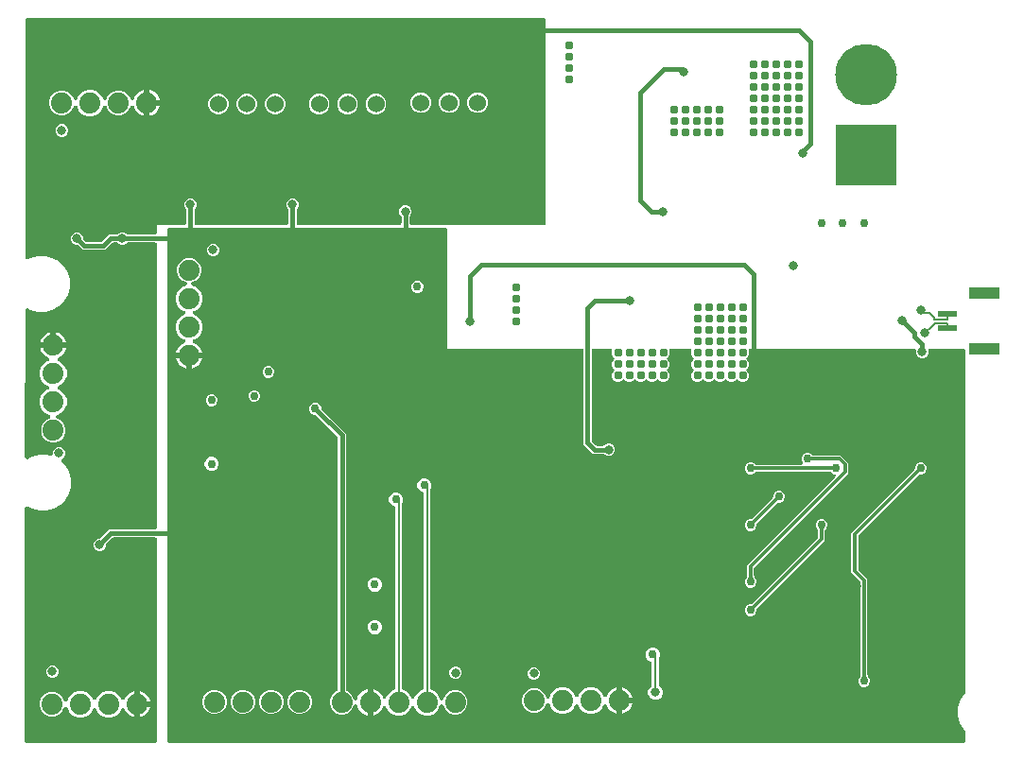
<source format=gbr>
G04 EAGLE Gerber RS-274X export*
G75*
%MOMM*%
%FSLAX34Y34*%
%LPD*%
%INBottom Copper*%
%IPPOS*%
%AMOC8*
5,1,8,0,0,1.08239X$1,22.5*%
G01*
%ADD10R,5.516000X5.516000*%
%ADD11C,5.516000*%
%ADD12R,1.700000X0.600000*%
%ADD13R,2.800000X1.000000*%
%ADD14C,1.879600*%
%ADD15C,1.524000*%
%ADD16C,0.812800*%
%ADD17C,0.406400*%
%ADD18C,0.787400*%
%ADD19C,0.756400*%
%ADD20C,0.304800*%
%ADD21C,0.152400*%
%ADD22C,0.806400*%

G36*
X997069Y-14867D02*
X997069Y-14867D01*
X997110Y-14863D01*
X997273Y-14849D01*
X997290Y-14843D01*
X997309Y-14841D01*
X997462Y-14788D01*
X997617Y-14739D01*
X997633Y-14729D01*
X997651Y-14723D01*
X997789Y-14638D01*
X997929Y-14556D01*
X997942Y-14543D01*
X997958Y-14534D01*
X997958Y-14533D01*
X997982Y-14510D01*
X998074Y-14420D01*
X998193Y-14309D01*
X998203Y-14294D01*
X998217Y-14281D01*
X998255Y-14222D01*
X998305Y-14145D01*
X998396Y-14011D01*
X998403Y-13994D01*
X998414Y-13978D01*
X998470Y-13825D01*
X998530Y-13675D01*
X998532Y-13658D01*
X998539Y-13639D01*
X998549Y-13566D01*
X998587Y-13281D01*
X998587Y-13280D01*
X998585Y-13260D01*
X998588Y-13243D01*
X998588Y-4878D01*
X998581Y-4816D01*
X998583Y-4754D01*
X998561Y-4637D01*
X998548Y-4519D01*
X998527Y-4460D01*
X998516Y-4398D01*
X998469Y-4290D01*
X998430Y-4178D01*
X998397Y-4124D01*
X998372Y-4067D01*
X998317Y-3994D01*
X998240Y-3870D01*
X998157Y-3785D01*
X998108Y-3721D01*
X997136Y-2749D01*
X993824Y2988D01*
X992109Y9387D01*
X992109Y16013D01*
X993824Y22412D01*
X997136Y28149D01*
X998108Y29121D01*
X998147Y29169D01*
X998193Y29212D01*
X998260Y29310D01*
X998334Y29403D01*
X998361Y29459D01*
X998396Y29511D01*
X998440Y29621D01*
X998492Y29728D01*
X998507Y29789D01*
X998530Y29847D01*
X998542Y29937D01*
X998575Y30079D01*
X998577Y30198D01*
X998588Y30278D01*
X998588Y336595D01*
X998570Y336756D01*
X998555Y336917D01*
X998550Y336935D01*
X998548Y336954D01*
X998495Y337107D01*
X998446Y337261D01*
X998436Y337278D01*
X998430Y337295D01*
X998345Y337433D01*
X998263Y337573D01*
X998250Y337587D01*
X998240Y337603D01*
X998127Y337719D01*
X998016Y337837D01*
X998001Y337848D01*
X997988Y337861D01*
X997852Y337950D01*
X997718Y338041D01*
X997700Y338048D01*
X997684Y338058D01*
X997532Y338114D01*
X997382Y338174D01*
X997365Y338176D01*
X997346Y338184D01*
X996987Y338232D01*
X996967Y338230D01*
X996950Y338232D01*
X967346Y338232D01*
X967185Y338214D01*
X967024Y338200D01*
X967006Y338194D01*
X966987Y338192D01*
X966834Y338139D01*
X966679Y338090D01*
X966663Y338081D01*
X966645Y338074D01*
X966507Y337989D01*
X966368Y337907D01*
X966354Y337895D01*
X966338Y337885D01*
X966222Y337771D01*
X966103Y337661D01*
X966093Y337645D01*
X966079Y337632D01*
X965991Y337496D01*
X965900Y337362D01*
X965893Y337345D01*
X965883Y337329D01*
X965826Y337177D01*
X965767Y337026D01*
X965764Y337009D01*
X965757Y336990D01*
X965709Y336632D01*
X965711Y336611D01*
X965709Y336595D01*
X965709Y334168D01*
X964858Y332114D01*
X963286Y330542D01*
X961232Y329691D01*
X959008Y329691D01*
X956954Y330542D01*
X955382Y332114D01*
X954531Y334168D01*
X954531Y336595D01*
X954513Y336756D01*
X954499Y336917D01*
X954493Y336935D01*
X954491Y336954D01*
X954439Y337107D01*
X954389Y337261D01*
X954380Y337278D01*
X954374Y337295D01*
X954289Y337433D01*
X954207Y337573D01*
X954194Y337587D01*
X954184Y337603D01*
X954070Y337719D01*
X953960Y337837D01*
X953944Y337848D01*
X953931Y337861D01*
X953795Y337950D01*
X953661Y338041D01*
X953644Y338048D01*
X953628Y338058D01*
X953476Y338114D01*
X953325Y338174D01*
X953309Y338176D01*
X953289Y338184D01*
X952931Y338232D01*
X952910Y338230D01*
X952894Y338232D01*
X806118Y338232D01*
X805997Y338219D01*
X805875Y338214D01*
X805818Y338199D01*
X805759Y338192D01*
X805644Y338153D01*
X805526Y338121D01*
X805473Y338094D01*
X805417Y338074D01*
X805313Y338010D01*
X805206Y337954D01*
X805160Y337916D01*
X805110Y337885D01*
X805022Y337799D01*
X804930Y337721D01*
X804894Y337674D01*
X804851Y337632D01*
X804785Y337530D01*
X804711Y337433D01*
X804687Y337379D01*
X804654Y337329D01*
X804612Y337215D01*
X804562Y337104D01*
X804550Y337046D01*
X804529Y336990D01*
X804513Y336869D01*
X804488Y336750D01*
X804489Y336691D01*
X804481Y336632D01*
X804492Y336510D01*
X804494Y336389D01*
X804507Y336339D01*
X804513Y336272D01*
X804583Y336051D01*
X804605Y335968D01*
X804831Y335422D01*
X804831Y333249D01*
X804000Y331242D01*
X803172Y330413D01*
X803070Y330287D01*
X802966Y330163D01*
X802958Y330146D01*
X802946Y330131D01*
X802874Y329985D01*
X802800Y329841D01*
X802796Y329823D01*
X802787Y329806D01*
X802750Y329648D01*
X802709Y329492D01*
X802708Y329473D01*
X802704Y329455D01*
X802702Y329293D01*
X802697Y329131D01*
X802700Y329112D01*
X802700Y329093D01*
X802734Y328935D01*
X802764Y328775D01*
X802771Y328758D01*
X802775Y328740D01*
X802843Y328592D01*
X802907Y328444D01*
X802918Y328430D01*
X802926Y328412D01*
X803145Y328124D01*
X803161Y328111D01*
X803172Y328098D01*
X804000Y327269D01*
X804831Y325262D01*
X804831Y323089D01*
X804000Y321082D01*
X803172Y320253D01*
X803070Y320127D01*
X802966Y320003D01*
X802958Y319986D01*
X802946Y319971D01*
X802874Y319825D01*
X802800Y319681D01*
X802796Y319663D01*
X802787Y319646D01*
X802750Y319488D01*
X802709Y319332D01*
X802708Y319313D01*
X802704Y319295D01*
X802702Y319133D01*
X802697Y318971D01*
X802700Y318952D01*
X802700Y318933D01*
X802734Y318775D01*
X802764Y318615D01*
X802771Y318598D01*
X802775Y318580D01*
X802843Y318432D01*
X802907Y318284D01*
X802918Y318270D01*
X802926Y318252D01*
X803145Y317964D01*
X803161Y317951D01*
X803172Y317938D01*
X804000Y317109D01*
X804831Y315102D01*
X804831Y312929D01*
X804000Y310922D01*
X802463Y309385D01*
X800456Y308554D01*
X798283Y308554D01*
X796276Y309385D01*
X795448Y310214D01*
X795321Y310315D01*
X795197Y310419D01*
X795180Y310428D01*
X795165Y310439D01*
X795020Y310510D01*
X794876Y310585D01*
X794857Y310589D01*
X794841Y310598D01*
X794682Y310635D01*
X794526Y310676D01*
X794507Y310677D01*
X794489Y310681D01*
X794327Y310683D01*
X794165Y310688D01*
X794146Y310685D01*
X794128Y310685D01*
X793969Y310651D01*
X793810Y310621D01*
X793792Y310614D01*
X793774Y310610D01*
X793626Y310542D01*
X793478Y310478D01*
X793465Y310468D01*
X793446Y310459D01*
X793158Y310240D01*
X793145Y310224D01*
X793132Y310214D01*
X792303Y309385D01*
X790296Y308554D01*
X788123Y308554D01*
X786116Y309385D01*
X785288Y310214D01*
X785161Y310315D01*
X785037Y310419D01*
X785020Y310428D01*
X785005Y310439D01*
X784860Y310510D01*
X784716Y310585D01*
X784697Y310589D01*
X784681Y310598D01*
X784522Y310635D01*
X784366Y310676D01*
X784347Y310677D01*
X784329Y310681D01*
X784167Y310683D01*
X784005Y310688D01*
X783986Y310685D01*
X783968Y310685D01*
X783809Y310651D01*
X783650Y310621D01*
X783632Y310614D01*
X783614Y310610D01*
X783466Y310542D01*
X783318Y310478D01*
X783305Y310468D01*
X783286Y310459D01*
X782998Y310240D01*
X782985Y310224D01*
X782972Y310214D01*
X782143Y309385D01*
X780136Y308554D01*
X777963Y308554D01*
X775956Y309385D01*
X775128Y310214D01*
X775001Y310315D01*
X774877Y310419D01*
X774860Y310428D01*
X774845Y310439D01*
X774700Y310510D01*
X774556Y310585D01*
X774537Y310589D01*
X774521Y310598D01*
X774362Y310635D01*
X774206Y310676D01*
X774187Y310677D01*
X774169Y310681D01*
X774007Y310683D01*
X773845Y310688D01*
X773826Y310685D01*
X773808Y310685D01*
X773649Y310651D01*
X773490Y310621D01*
X773472Y310614D01*
X773454Y310610D01*
X773306Y310542D01*
X773158Y310478D01*
X773145Y310468D01*
X773126Y310459D01*
X772838Y310240D01*
X772825Y310224D01*
X772812Y310214D01*
X771983Y309385D01*
X769976Y308554D01*
X767803Y308554D01*
X765796Y309385D01*
X764967Y310214D01*
X764841Y310315D01*
X764717Y310419D01*
X764700Y310428D01*
X764685Y310439D01*
X764539Y310511D01*
X764395Y310585D01*
X764377Y310589D01*
X764360Y310598D01*
X764202Y310635D01*
X764046Y310676D01*
X764027Y310677D01*
X764009Y310681D01*
X763847Y310683D01*
X763685Y310688D01*
X763666Y310685D01*
X763647Y310685D01*
X763489Y310651D01*
X763330Y310621D01*
X763312Y310614D01*
X763294Y310610D01*
X763147Y310542D01*
X762998Y310478D01*
X762984Y310468D01*
X762966Y310459D01*
X762678Y310240D01*
X762665Y310224D01*
X762652Y310214D01*
X761823Y309385D01*
X759816Y308554D01*
X757643Y308554D01*
X755636Y309385D01*
X754099Y310922D01*
X753268Y312929D01*
X753268Y315102D01*
X754099Y317109D01*
X754928Y317938D01*
X755029Y318064D01*
X755133Y318188D01*
X755142Y318205D01*
X755153Y318220D01*
X755224Y318366D01*
X755299Y318510D01*
X755304Y318528D01*
X755312Y318545D01*
X755349Y318703D01*
X755390Y318859D01*
X755391Y318878D01*
X755395Y318896D01*
X755397Y319058D01*
X755402Y319220D01*
X755399Y319239D01*
X755399Y319258D01*
X755365Y319416D01*
X755335Y319576D01*
X755328Y319593D01*
X755324Y319611D01*
X755256Y319759D01*
X755192Y319907D01*
X755182Y319921D01*
X755173Y319939D01*
X754954Y320227D01*
X754938Y320240D01*
X754928Y320253D01*
X754099Y321082D01*
X753268Y323089D01*
X753268Y325262D01*
X754099Y327269D01*
X754928Y328098D01*
X755029Y328224D01*
X755133Y328348D01*
X755142Y328365D01*
X755153Y328380D01*
X755224Y328526D01*
X755299Y328670D01*
X755304Y328688D01*
X755312Y328705D01*
X755349Y328863D01*
X755390Y329019D01*
X755391Y329038D01*
X755395Y329056D01*
X755397Y329218D01*
X755402Y329380D01*
X755399Y329399D01*
X755399Y329418D01*
X755365Y329576D01*
X755335Y329736D01*
X755328Y329753D01*
X755324Y329771D01*
X755256Y329919D01*
X755192Y330067D01*
X755182Y330081D01*
X755173Y330099D01*
X754954Y330387D01*
X754938Y330400D01*
X754928Y330413D01*
X754099Y331242D01*
X753268Y333249D01*
X753268Y335422D01*
X753494Y335968D01*
X753528Y336085D01*
X753570Y336199D01*
X753578Y336258D01*
X753595Y336315D01*
X753602Y336436D01*
X753618Y336557D01*
X753613Y336616D01*
X753617Y336676D01*
X753597Y336796D01*
X753587Y336917D01*
X753568Y336974D01*
X753559Y337032D01*
X753514Y337146D01*
X753477Y337261D01*
X753447Y337313D01*
X753425Y337368D01*
X753356Y337468D01*
X753294Y337573D01*
X753253Y337617D01*
X753220Y337666D01*
X753130Y337748D01*
X753047Y337837D01*
X752998Y337871D01*
X752955Y337911D01*
X752849Y337972D01*
X752749Y338041D01*
X752694Y338063D01*
X752642Y338093D01*
X752526Y338129D01*
X752413Y338174D01*
X752362Y338181D01*
X752297Y338201D01*
X752066Y338221D01*
X751981Y338232D01*
X734998Y338232D01*
X734877Y338219D01*
X734755Y338214D01*
X734698Y338199D01*
X734639Y338192D01*
X734524Y338153D01*
X734406Y338121D01*
X734353Y338094D01*
X734297Y338074D01*
X734193Y338010D01*
X734086Y337954D01*
X734040Y337916D01*
X733990Y337885D01*
X733902Y337799D01*
X733810Y337721D01*
X733774Y337674D01*
X733731Y337632D01*
X733665Y337530D01*
X733591Y337433D01*
X733567Y337379D01*
X733534Y337329D01*
X733492Y337215D01*
X733442Y337104D01*
X733430Y337046D01*
X733409Y336990D01*
X733393Y336869D01*
X733368Y336750D01*
X733369Y336691D01*
X733361Y336632D01*
X733372Y336510D01*
X733374Y336389D01*
X733387Y336339D01*
X733393Y336272D01*
X733463Y336051D01*
X733485Y335968D01*
X733711Y335422D01*
X733711Y333249D01*
X732880Y331242D01*
X732052Y330413D01*
X731950Y330287D01*
X731846Y330163D01*
X731838Y330146D01*
X731826Y330131D01*
X731754Y329985D01*
X731680Y329841D01*
X731676Y329823D01*
X731667Y329806D01*
X731630Y329648D01*
X731589Y329492D01*
X731588Y329473D01*
X731584Y329455D01*
X731582Y329293D01*
X731577Y329131D01*
X731580Y329112D01*
X731580Y329093D01*
X731614Y328935D01*
X731644Y328775D01*
X731651Y328758D01*
X731655Y328740D01*
X731723Y328592D01*
X731787Y328444D01*
X731798Y328430D01*
X731806Y328412D01*
X732025Y328124D01*
X732041Y328111D01*
X732052Y328098D01*
X732880Y327269D01*
X733711Y325262D01*
X733711Y323089D01*
X732880Y321082D01*
X732052Y320253D01*
X731950Y320127D01*
X731846Y320003D01*
X731837Y319986D01*
X731826Y319971D01*
X731755Y319826D01*
X731680Y319681D01*
X731676Y319663D01*
X731667Y319646D01*
X731630Y319488D01*
X731589Y319332D01*
X731588Y319313D01*
X731584Y319295D01*
X731582Y319133D01*
X731577Y318971D01*
X731580Y318952D01*
X731580Y318933D01*
X731614Y318775D01*
X731644Y318616D01*
X731651Y318598D01*
X731655Y318580D01*
X731723Y318432D01*
X731787Y318284D01*
X731797Y318271D01*
X731806Y318252D01*
X732025Y317964D01*
X732041Y317951D01*
X732052Y317938D01*
X732880Y317109D01*
X733711Y315102D01*
X733711Y312929D01*
X732880Y310922D01*
X731343Y309385D01*
X729336Y308554D01*
X727163Y308554D01*
X725156Y309385D01*
X724328Y310214D01*
X724201Y310315D01*
X724077Y310419D01*
X724060Y310428D01*
X724045Y310439D01*
X723900Y310510D01*
X723756Y310585D01*
X723737Y310589D01*
X723721Y310598D01*
X723562Y310635D01*
X723406Y310676D01*
X723387Y310677D01*
X723369Y310681D01*
X723207Y310683D01*
X723045Y310688D01*
X723026Y310685D01*
X723008Y310685D01*
X722849Y310651D01*
X722690Y310621D01*
X722672Y310614D01*
X722654Y310610D01*
X722506Y310542D01*
X722358Y310478D01*
X722345Y310468D01*
X722326Y310459D01*
X722038Y310240D01*
X722025Y310224D01*
X722012Y310214D01*
X721183Y309385D01*
X719176Y308554D01*
X717003Y308554D01*
X714996Y309385D01*
X714168Y310214D01*
X714041Y310315D01*
X713917Y310419D01*
X713900Y310428D01*
X713885Y310439D01*
X713740Y310510D01*
X713596Y310585D01*
X713577Y310589D01*
X713561Y310598D01*
X713402Y310635D01*
X713246Y310676D01*
X713227Y310677D01*
X713209Y310681D01*
X713047Y310683D01*
X712885Y310688D01*
X712866Y310685D01*
X712848Y310685D01*
X712689Y310651D01*
X712530Y310621D01*
X712512Y310614D01*
X712494Y310610D01*
X712346Y310542D01*
X712198Y310478D01*
X712185Y310468D01*
X712166Y310459D01*
X711878Y310240D01*
X711865Y310224D01*
X711852Y310214D01*
X711023Y309385D01*
X709016Y308554D01*
X706843Y308554D01*
X704836Y309385D01*
X704008Y310214D01*
X703881Y310315D01*
X703757Y310419D01*
X703740Y310428D01*
X703725Y310439D01*
X703580Y310510D01*
X703436Y310585D01*
X703417Y310589D01*
X703401Y310598D01*
X703242Y310635D01*
X703086Y310676D01*
X703067Y310677D01*
X703049Y310681D01*
X702887Y310683D01*
X702725Y310688D01*
X702706Y310685D01*
X702688Y310685D01*
X702529Y310651D01*
X702370Y310621D01*
X702352Y310614D01*
X702334Y310610D01*
X702186Y310542D01*
X702038Y310478D01*
X702025Y310468D01*
X702006Y310459D01*
X701718Y310240D01*
X701705Y310224D01*
X701692Y310214D01*
X700863Y309385D01*
X698856Y308554D01*
X696683Y308554D01*
X694676Y309385D01*
X693848Y310214D01*
X693721Y310315D01*
X693597Y310419D01*
X693580Y310428D01*
X693565Y310439D01*
X693420Y310510D01*
X693276Y310585D01*
X693257Y310589D01*
X693241Y310598D01*
X693082Y310635D01*
X692926Y310676D01*
X692907Y310677D01*
X692889Y310681D01*
X692727Y310683D01*
X692565Y310688D01*
X692546Y310685D01*
X692528Y310685D01*
X692369Y310651D01*
X692210Y310621D01*
X692192Y310614D01*
X692174Y310610D01*
X692026Y310542D01*
X691878Y310478D01*
X691865Y310468D01*
X691846Y310459D01*
X691558Y310240D01*
X691545Y310224D01*
X691532Y310214D01*
X690703Y309385D01*
X688696Y308554D01*
X686523Y308554D01*
X684516Y309385D01*
X682979Y310922D01*
X682148Y312929D01*
X682148Y315102D01*
X682979Y317109D01*
X683808Y317938D01*
X683909Y318064D01*
X684013Y318188D01*
X684022Y318205D01*
X684033Y318220D01*
X684104Y318366D01*
X684179Y318510D01*
X684184Y318528D01*
X684192Y318545D01*
X684229Y318703D01*
X684270Y318859D01*
X684271Y318878D01*
X684275Y318896D01*
X684277Y319058D01*
X684282Y319220D01*
X684279Y319239D01*
X684279Y319258D01*
X684245Y319416D01*
X684215Y319576D01*
X684208Y319593D01*
X684204Y319611D01*
X684136Y319759D01*
X684072Y319907D01*
X684062Y319921D01*
X684053Y319939D01*
X683834Y320227D01*
X683818Y320240D01*
X683808Y320253D01*
X682979Y321082D01*
X682148Y323089D01*
X682148Y325262D01*
X682979Y327269D01*
X683808Y328098D01*
X683909Y328224D01*
X684013Y328348D01*
X684022Y328365D01*
X684033Y328380D01*
X684105Y328526D01*
X684179Y328670D01*
X684184Y328688D01*
X684192Y328705D01*
X684229Y328863D01*
X684270Y329019D01*
X684271Y329038D01*
X684275Y329056D01*
X684277Y329218D01*
X684282Y329380D01*
X684279Y329399D01*
X684279Y329418D01*
X684245Y329576D01*
X684215Y329736D01*
X684208Y329753D01*
X684204Y329771D01*
X684136Y329919D01*
X684072Y330067D01*
X684062Y330081D01*
X684053Y330100D01*
X683834Y330387D01*
X683818Y330400D01*
X683808Y330413D01*
X682979Y331242D01*
X682148Y333249D01*
X682148Y335422D01*
X682374Y335968D01*
X682408Y336085D01*
X682450Y336199D01*
X682458Y336258D01*
X682475Y336315D01*
X682482Y336436D01*
X682498Y336557D01*
X682493Y336616D01*
X682497Y336676D01*
X682477Y336796D01*
X682467Y336917D01*
X682448Y336974D01*
X682439Y337032D01*
X682394Y337146D01*
X682357Y337261D01*
X682327Y337313D01*
X682305Y337368D01*
X682236Y337468D01*
X682174Y337573D01*
X682133Y337617D01*
X682100Y337666D01*
X682010Y337748D01*
X681927Y337837D01*
X681878Y337871D01*
X681835Y337911D01*
X681729Y337972D01*
X681629Y338041D01*
X681574Y338063D01*
X681522Y338093D01*
X681406Y338129D01*
X681293Y338174D01*
X681242Y338181D01*
X681177Y338201D01*
X680946Y338221D01*
X680861Y338232D01*
X665594Y338232D01*
X665433Y338214D01*
X665272Y338200D01*
X665254Y338194D01*
X665235Y338192D01*
X665082Y338139D01*
X664927Y338090D01*
X664911Y338081D01*
X664893Y338074D01*
X664755Y337989D01*
X664616Y337907D01*
X664602Y337895D01*
X664586Y337885D01*
X664470Y337771D01*
X664351Y337661D01*
X664341Y337645D01*
X664327Y337632D01*
X664239Y337496D01*
X664148Y337362D01*
X664141Y337345D01*
X664131Y337329D01*
X664074Y337177D01*
X664015Y337026D01*
X664012Y337009D01*
X664005Y336990D01*
X663957Y336632D01*
X663959Y336611D01*
X663957Y336595D01*
X663957Y256152D01*
X663964Y256089D01*
X663961Y256027D01*
X663984Y255910D01*
X663997Y255792D01*
X664017Y255733D01*
X664029Y255672D01*
X664076Y255563D01*
X664114Y255451D01*
X664147Y255397D01*
X664172Y255340D01*
X664227Y255267D01*
X664304Y255143D01*
X664387Y255058D01*
X664436Y254994D01*
X667744Y251686D01*
X667792Y251647D01*
X667835Y251601D01*
X667933Y251535D01*
X668026Y251461D01*
X668082Y251433D01*
X668134Y251398D01*
X668244Y251354D01*
X668351Y251302D01*
X668412Y251288D01*
X668470Y251265D01*
X668560Y251253D01*
X668702Y251219D01*
X668821Y251218D01*
X668902Y251207D01*
X674425Y251207D01*
X674487Y251214D01*
X674550Y251211D01*
X674666Y251234D01*
X674784Y251247D01*
X674843Y251267D01*
X674905Y251279D01*
X675014Y251326D01*
X675126Y251364D01*
X675179Y251397D01*
X675236Y251422D01*
X675309Y251477D01*
X675433Y251554D01*
X675518Y251637D01*
X675583Y251686D01*
X676284Y252388D01*
X678338Y253239D01*
X680562Y253239D01*
X682616Y252388D01*
X684188Y250816D01*
X685039Y248762D01*
X685039Y246538D01*
X684188Y244484D01*
X682616Y242912D01*
X680562Y242061D01*
X678338Y242061D01*
X676284Y242912D01*
X675583Y243614D01*
X675534Y243653D01*
X675491Y243699D01*
X675393Y243765D01*
X675301Y243839D01*
X675244Y243867D01*
X675192Y243902D01*
X675082Y243946D01*
X674976Y243998D01*
X674915Y244012D01*
X674856Y244035D01*
X674766Y244048D01*
X674624Y244081D01*
X674505Y244082D01*
X674425Y244093D01*
X665277Y244093D01*
X656843Y252527D01*
X656843Y336595D01*
X656825Y336756D01*
X656811Y336917D01*
X656805Y336935D01*
X656803Y336954D01*
X656751Y337107D01*
X656701Y337261D01*
X656692Y337278D01*
X656686Y337295D01*
X656601Y337433D01*
X656519Y337573D01*
X656506Y337587D01*
X656496Y337603D01*
X656382Y337719D01*
X656272Y337837D01*
X656256Y337848D01*
X656243Y337861D01*
X656107Y337950D01*
X655973Y338041D01*
X655956Y338048D01*
X655940Y338058D01*
X655788Y338114D01*
X655637Y338174D01*
X655621Y338176D01*
X655601Y338184D01*
X655243Y338232D01*
X655222Y338230D01*
X655206Y338232D01*
X535038Y338232D01*
X535038Y444500D01*
X535020Y444661D01*
X535005Y444823D01*
X535000Y444841D01*
X534998Y444859D01*
X534945Y445013D01*
X534896Y445167D01*
X534886Y445183D01*
X534880Y445201D01*
X534795Y445339D01*
X534713Y445479D01*
X534700Y445492D01*
X534690Y445508D01*
X534577Y445625D01*
X534466Y445743D01*
X534451Y445753D01*
X534438Y445767D01*
X534302Y445855D01*
X534168Y445946D01*
X534150Y445953D01*
X534134Y445964D01*
X533982Y446020D01*
X533832Y446080D01*
X533815Y446082D01*
X533796Y446089D01*
X533437Y446137D01*
X533417Y446135D01*
X533400Y446138D01*
X285750Y446138D01*
X285589Y446120D01*
X285427Y446105D01*
X285409Y446100D01*
X285391Y446098D01*
X285237Y446045D01*
X285083Y445996D01*
X285067Y445986D01*
X285049Y445980D01*
X284911Y445895D01*
X284771Y445813D01*
X284758Y445800D01*
X284742Y445790D01*
X284625Y445677D01*
X284507Y445566D01*
X284497Y445551D01*
X284483Y445538D01*
X284395Y445402D01*
X284304Y445268D01*
X284297Y445250D01*
X284286Y445234D01*
X284230Y445082D01*
X284170Y444932D01*
X284168Y444915D01*
X284161Y444896D01*
X284113Y444537D01*
X284115Y444517D01*
X284112Y444500D01*
X284112Y-13124D01*
X284130Y-13284D01*
X284145Y-13446D01*
X284150Y-13464D01*
X284152Y-13483D01*
X284205Y-13636D01*
X284254Y-13791D01*
X284264Y-13807D01*
X284270Y-13825D01*
X284355Y-13963D01*
X284437Y-14103D01*
X284450Y-14116D01*
X284460Y-14132D01*
X284573Y-14249D01*
X284684Y-14367D01*
X284699Y-14377D01*
X284712Y-14391D01*
X284848Y-14479D01*
X284982Y-14570D01*
X285000Y-14577D01*
X285016Y-14588D01*
X285167Y-14644D01*
X285318Y-14704D01*
X285335Y-14706D01*
X285354Y-14713D01*
X285713Y-14761D01*
X285733Y-14759D01*
X285750Y-14762D01*
X996763Y-14881D01*
X996764Y-14881D01*
X996950Y-14881D01*
X997069Y-14867D01*
G37*
G36*
X273068Y-14729D02*
X273068Y-14729D01*
X273086Y-14731D01*
X273268Y-14710D01*
X273451Y-14691D01*
X273468Y-14686D01*
X273485Y-14684D01*
X273660Y-14627D01*
X273836Y-14573D01*
X273851Y-14565D01*
X273868Y-14559D01*
X274028Y-14469D01*
X274190Y-14381D01*
X274203Y-14370D01*
X274219Y-14361D01*
X274358Y-14241D01*
X274499Y-14124D01*
X274510Y-14110D01*
X274524Y-14098D01*
X274636Y-13953D01*
X274751Y-13810D01*
X274759Y-13794D01*
X274770Y-13780D01*
X274852Y-13615D01*
X274937Y-13453D01*
X274942Y-13436D01*
X274950Y-13420D01*
X274997Y-13241D01*
X275048Y-13066D01*
X275050Y-13048D01*
X275054Y-13031D01*
X275081Y-12700D01*
X275081Y167132D01*
X275079Y167150D01*
X275081Y167168D01*
X275060Y167350D01*
X275041Y167533D01*
X275036Y167550D01*
X275034Y167567D01*
X274977Y167742D01*
X274923Y167918D01*
X274915Y167933D01*
X274909Y167950D01*
X274819Y168110D01*
X274731Y168272D01*
X274720Y168285D01*
X274711Y168301D01*
X274591Y168440D01*
X274474Y168581D01*
X274460Y168592D01*
X274448Y168606D01*
X274303Y168718D01*
X274160Y168833D01*
X274144Y168841D01*
X274130Y168852D01*
X273965Y168934D01*
X273803Y169019D01*
X273786Y169024D01*
X273770Y169032D01*
X273591Y169079D01*
X273416Y169130D01*
X273398Y169132D01*
X273381Y169136D01*
X273050Y169163D01*
X235995Y169163D01*
X235968Y169161D01*
X235941Y169163D01*
X235767Y169141D01*
X235594Y169123D01*
X235568Y169116D01*
X235542Y169112D01*
X235376Y169057D01*
X235209Y169005D01*
X235185Y168992D01*
X235160Y168984D01*
X235009Y168897D01*
X234855Y168813D01*
X234835Y168796D01*
X234811Y168783D01*
X234558Y168568D01*
X229704Y163714D01*
X229687Y163693D01*
X229666Y163676D01*
X229559Y163538D01*
X229449Y163402D01*
X229436Y163379D01*
X229420Y163357D01*
X229342Y163200D01*
X229260Y163046D01*
X229252Y163021D01*
X229240Y162997D01*
X229195Y162827D01*
X229145Y162661D01*
X229143Y162634D01*
X229136Y162608D01*
X229109Y162277D01*
X229109Y161448D01*
X228258Y159394D01*
X226686Y157822D01*
X224632Y156971D01*
X222408Y156971D01*
X220354Y157822D01*
X218782Y159394D01*
X217931Y161448D01*
X217931Y163672D01*
X218782Y165726D01*
X220354Y167298D01*
X222408Y168149D01*
X223237Y168149D01*
X223264Y168151D01*
X223291Y168149D01*
X223465Y168171D01*
X223638Y168189D01*
X223664Y168196D01*
X223690Y168200D01*
X223856Y168255D01*
X224023Y168307D01*
X224047Y168320D01*
X224072Y168328D01*
X224223Y168415D01*
X224377Y168499D01*
X224397Y168516D01*
X224421Y168529D01*
X224674Y168744D01*
X229528Y173598D01*
X232207Y176277D01*
X273050Y176277D01*
X273068Y176279D01*
X273086Y176277D01*
X273268Y176298D01*
X273451Y176317D01*
X273468Y176322D01*
X273485Y176324D01*
X273660Y176381D01*
X273836Y176435D01*
X273851Y176443D01*
X273868Y176449D01*
X274028Y176539D01*
X274190Y176627D01*
X274203Y176638D01*
X274219Y176647D01*
X274358Y176767D01*
X274499Y176884D01*
X274510Y176898D01*
X274524Y176910D01*
X274636Y177055D01*
X274751Y177198D01*
X274759Y177214D01*
X274770Y177228D01*
X274852Y177393D01*
X274937Y177555D01*
X274942Y177572D01*
X274950Y177588D01*
X274997Y177767D01*
X275048Y177942D01*
X275050Y177960D01*
X275054Y177977D01*
X275081Y178308D01*
X275081Y431292D01*
X275079Y431310D01*
X275081Y431328D01*
X275060Y431510D01*
X275041Y431693D01*
X275036Y431710D01*
X275034Y431727D01*
X274977Y431902D01*
X274923Y432078D01*
X274915Y432093D01*
X274909Y432110D01*
X274819Y432270D01*
X274731Y432432D01*
X274720Y432445D01*
X274711Y432461D01*
X274591Y432600D01*
X274474Y432741D01*
X274460Y432752D01*
X274448Y432766D01*
X274303Y432878D01*
X274160Y432993D01*
X274144Y433001D01*
X274130Y433012D01*
X273965Y433094D01*
X273803Y433179D01*
X273786Y433184D01*
X273770Y433192D01*
X273591Y433239D01*
X273416Y433290D01*
X273398Y433292D01*
X273381Y433296D01*
X273050Y433323D01*
X249028Y433323D01*
X249002Y433321D01*
X248975Y433323D01*
X248801Y433301D01*
X248628Y433283D01*
X248602Y433276D01*
X248576Y433272D01*
X248410Y433217D01*
X248243Y433165D01*
X248219Y433152D01*
X248194Y433144D01*
X248042Y433057D01*
X247889Y432973D01*
X247868Y432956D01*
X247845Y432943D01*
X247592Y432728D01*
X247006Y432142D01*
X244952Y431291D01*
X242728Y431291D01*
X240674Y432142D01*
X240088Y432728D01*
X240067Y432745D01*
X240050Y432766D01*
X239912Y432873D01*
X239776Y432983D01*
X239753Y432996D01*
X239732Y433012D01*
X239575Y433090D01*
X239421Y433172D01*
X239395Y433180D01*
X239371Y433192D01*
X239202Y433237D01*
X239035Y433287D01*
X239008Y433289D01*
X238982Y433296D01*
X238652Y433323D01*
X235995Y433323D01*
X235968Y433321D01*
X235941Y433323D01*
X235767Y433301D01*
X235594Y433283D01*
X235569Y433276D01*
X235542Y433272D01*
X235376Y433217D01*
X235209Y433165D01*
X235186Y433152D01*
X235160Y433144D01*
X235009Y433057D01*
X234855Y432973D01*
X234835Y432956D01*
X234811Y432943D01*
X234558Y432728D01*
X228376Y426546D01*
X208504Y426546D01*
X204354Y430696D01*
X204333Y430713D01*
X204315Y430734D01*
X204178Y430841D01*
X204042Y430951D01*
X204019Y430964D01*
X203997Y430980D01*
X203840Y431058D01*
X203686Y431140D01*
X203661Y431148D01*
X203637Y431160D01*
X203467Y431205D01*
X203301Y431255D01*
X203274Y431257D01*
X203248Y431264D01*
X202917Y431291D01*
X202088Y431291D01*
X200034Y432142D01*
X198462Y433714D01*
X197611Y435768D01*
X197611Y437992D01*
X198462Y440046D01*
X200034Y441618D01*
X202088Y442469D01*
X204312Y442469D01*
X206366Y441618D01*
X207938Y440046D01*
X208789Y437992D01*
X208789Y437163D01*
X208791Y437136D01*
X208789Y437109D01*
X208811Y436935D01*
X208829Y436762D01*
X208836Y436737D01*
X208840Y436710D01*
X208895Y436544D01*
X208947Y436377D01*
X208960Y436354D01*
X208968Y436328D01*
X209055Y436177D01*
X209139Y436023D01*
X209156Y436003D01*
X209169Y435979D01*
X209384Y435726D01*
X210855Y434255D01*
X210876Y434238D01*
X210894Y434217D01*
X211031Y434110D01*
X211167Y434000D01*
X211190Y433987D01*
X211212Y433971D01*
X211369Y433893D01*
X211523Y433811D01*
X211548Y433803D01*
X211572Y433791D01*
X211742Y433746D01*
X211908Y433696D01*
X211935Y433694D01*
X211961Y433687D01*
X212292Y433660D01*
X224588Y433660D01*
X224615Y433662D01*
X224642Y433660D01*
X224816Y433682D01*
X224989Y433700D01*
X225014Y433707D01*
X225041Y433711D01*
X225207Y433766D01*
X225374Y433818D01*
X225397Y433831D01*
X225423Y433839D01*
X225574Y433926D01*
X225728Y434010D01*
X225748Y434027D01*
X225772Y434040D01*
X226025Y434255D01*
X232207Y440437D01*
X238652Y440437D01*
X238678Y440439D01*
X238705Y440437D01*
X238879Y440459D01*
X239052Y440477D01*
X239078Y440484D01*
X239104Y440488D01*
X239270Y440543D01*
X239437Y440595D01*
X239461Y440608D01*
X239486Y440616D01*
X239638Y440703D01*
X239791Y440787D01*
X239812Y440804D01*
X239835Y440817D01*
X240088Y441032D01*
X240674Y441618D01*
X242728Y442469D01*
X244952Y442469D01*
X247006Y441618D01*
X247592Y441032D01*
X247613Y441015D01*
X247630Y440994D01*
X247768Y440887D01*
X247904Y440777D01*
X247927Y440764D01*
X247948Y440748D01*
X248105Y440670D01*
X248259Y440588D01*
X248285Y440580D01*
X248309Y440568D01*
X248478Y440523D01*
X248645Y440473D01*
X248672Y440471D01*
X248698Y440464D01*
X249028Y440437D01*
X273050Y440437D01*
X273068Y440439D01*
X273086Y440437D01*
X273268Y440458D01*
X273451Y440477D01*
X273468Y440482D01*
X273485Y440484D01*
X273660Y440541D01*
X273836Y440595D01*
X273851Y440603D01*
X273868Y440609D01*
X274028Y440699D01*
X274190Y440787D01*
X274203Y440798D01*
X274219Y440807D01*
X274358Y440927D01*
X274499Y441044D01*
X274510Y441058D01*
X274524Y441070D01*
X274636Y441215D01*
X274751Y441358D01*
X274759Y441374D01*
X274770Y441388D01*
X274852Y441553D01*
X274937Y441715D01*
X274942Y441732D01*
X274950Y441748D01*
X274997Y441927D01*
X275048Y442102D01*
X275050Y442120D01*
X275054Y442137D01*
X275081Y442468D01*
X275081Y448819D01*
X299212Y448819D01*
X299230Y448821D01*
X299248Y448819D01*
X299430Y448840D01*
X299613Y448859D01*
X299630Y448864D01*
X299647Y448866D01*
X299822Y448923D01*
X299998Y448977D01*
X300013Y448985D01*
X300030Y448991D01*
X300190Y449081D01*
X300352Y449169D01*
X300365Y449180D01*
X300381Y449189D01*
X300520Y449309D01*
X300661Y449426D01*
X300672Y449440D01*
X300686Y449452D01*
X300798Y449597D01*
X300913Y449740D01*
X300921Y449756D01*
X300932Y449770D01*
X301014Y449935D01*
X301099Y450097D01*
X301104Y450114D01*
X301112Y450131D01*
X301159Y450309D01*
X301210Y450484D01*
X301212Y450502D01*
X301216Y450519D01*
X301243Y450850D01*
X301243Y462172D01*
X301241Y462198D01*
X301243Y462225D01*
X301221Y462399D01*
X301203Y462572D01*
X301195Y462598D01*
X301192Y462625D01*
X301137Y462790D01*
X301085Y462957D01*
X301072Y462981D01*
X301064Y463006D01*
X300977Y463158D01*
X300893Y463311D01*
X300876Y463332D01*
X300863Y463355D01*
X300648Y463608D01*
X300062Y464194D01*
X299211Y466248D01*
X299211Y468472D01*
X300062Y470526D01*
X301634Y472098D01*
X303688Y472949D01*
X305912Y472949D01*
X307966Y472098D01*
X309538Y470526D01*
X310389Y468472D01*
X310389Y466248D01*
X309538Y464194D01*
X308952Y463608D01*
X308935Y463587D01*
X308914Y463570D01*
X308808Y463432D01*
X308697Y463297D01*
X308684Y463273D01*
X308668Y463252D01*
X308590Y463096D01*
X308508Y462941D01*
X308500Y462915D01*
X308488Y462891D01*
X308443Y462722D01*
X308393Y462555D01*
X308391Y462528D01*
X308384Y462502D01*
X308357Y462172D01*
X308357Y450850D01*
X308359Y450832D01*
X308357Y450814D01*
X308378Y450632D01*
X308397Y450449D01*
X308402Y450432D01*
X308404Y450415D01*
X308461Y450240D01*
X308515Y450064D01*
X308523Y450049D01*
X308529Y450032D01*
X308619Y449872D01*
X308707Y449710D01*
X308718Y449697D01*
X308727Y449681D01*
X308847Y449542D01*
X308964Y449401D01*
X308978Y449390D01*
X308990Y449377D01*
X309135Y449264D01*
X309278Y449149D01*
X309294Y449141D01*
X309308Y449130D01*
X309473Y449048D01*
X309635Y448963D01*
X309652Y448958D01*
X309668Y448950D01*
X309847Y448903D01*
X310022Y448852D01*
X310040Y448850D01*
X310057Y448846D01*
X310388Y448819D01*
X390652Y448819D01*
X390670Y448821D01*
X390688Y448819D01*
X390870Y448840D01*
X391053Y448859D01*
X391070Y448864D01*
X391087Y448866D01*
X391262Y448923D01*
X391438Y448977D01*
X391453Y448985D01*
X391470Y448991D01*
X391630Y449081D01*
X391792Y449169D01*
X391805Y449180D01*
X391821Y449189D01*
X391960Y449309D01*
X392101Y449426D01*
X392112Y449440D01*
X392126Y449452D01*
X392238Y449597D01*
X392353Y449740D01*
X392361Y449756D01*
X392372Y449770D01*
X392454Y449935D01*
X392539Y450097D01*
X392544Y450114D01*
X392552Y450131D01*
X392599Y450309D01*
X392650Y450484D01*
X392652Y450502D01*
X392656Y450519D01*
X392683Y450850D01*
X392683Y462172D01*
X392681Y462198D01*
X392683Y462225D01*
X392661Y462399D01*
X392643Y462572D01*
X392635Y462598D01*
X392632Y462625D01*
X392577Y462790D01*
X392525Y462957D01*
X392512Y462981D01*
X392504Y463006D01*
X392417Y463158D01*
X392333Y463311D01*
X392316Y463332D01*
X392303Y463355D01*
X392088Y463608D01*
X391502Y464194D01*
X390651Y466248D01*
X390651Y468472D01*
X391502Y470526D01*
X393074Y472098D01*
X395128Y472949D01*
X397352Y472949D01*
X399406Y472098D01*
X400978Y470526D01*
X401829Y468472D01*
X401829Y466248D01*
X400978Y464194D01*
X400392Y463608D01*
X400375Y463587D01*
X400354Y463570D01*
X400248Y463432D01*
X400137Y463297D01*
X400124Y463273D01*
X400108Y463252D01*
X400030Y463096D01*
X399948Y462941D01*
X399940Y462915D01*
X399928Y462891D01*
X399883Y462722D01*
X399833Y462555D01*
X399831Y462528D01*
X399824Y462502D01*
X399797Y462172D01*
X399797Y450850D01*
X399799Y450832D01*
X399797Y450814D01*
X399818Y450632D01*
X399837Y450449D01*
X399842Y450432D01*
X399844Y450415D01*
X399901Y450240D01*
X399955Y450064D01*
X399963Y450049D01*
X399969Y450032D01*
X400059Y449872D01*
X400147Y449710D01*
X400158Y449697D01*
X400167Y449681D01*
X400287Y449542D01*
X400404Y449401D01*
X400418Y449390D01*
X400430Y449377D01*
X400575Y449264D01*
X400718Y449149D01*
X400734Y449141D01*
X400748Y449130D01*
X400913Y449048D01*
X401075Y448963D01*
X401092Y448958D01*
X401108Y448950D01*
X401287Y448903D01*
X401462Y448852D01*
X401480Y448850D01*
X401497Y448846D01*
X401828Y448819D01*
X491756Y448819D01*
X491773Y448821D01*
X491791Y448819D01*
X491974Y448840D01*
X492156Y448859D01*
X492173Y448864D01*
X492191Y448866D01*
X492366Y448923D01*
X492541Y448977D01*
X492557Y448985D01*
X492574Y448991D01*
X492734Y449081D01*
X492895Y449169D01*
X492909Y449180D01*
X492924Y449189D01*
X493064Y449309D01*
X493204Y449426D01*
X493216Y449440D01*
X493229Y449452D01*
X493342Y449597D01*
X493457Y449740D01*
X493465Y449756D01*
X493476Y449770D01*
X493558Y449935D01*
X493642Y450097D01*
X493647Y450114D01*
X493655Y450131D01*
X493703Y450309D01*
X493754Y450484D01*
X493755Y450502D01*
X493760Y450519D01*
X493787Y450850D01*
X493787Y455704D01*
X493784Y455730D01*
X493786Y455757D01*
X493764Y455930D01*
X493747Y456104D01*
X493739Y456130D01*
X493736Y456156D01*
X493680Y456322D01*
X493629Y456489D01*
X493616Y456513D01*
X493608Y456538D01*
X493520Y456690D01*
X493437Y456843D01*
X493420Y456864D01*
X493407Y456887D01*
X493192Y457140D01*
X492606Y457726D01*
X491755Y459780D01*
X491755Y462004D01*
X492606Y464058D01*
X494178Y465630D01*
X496232Y466481D01*
X498455Y466481D01*
X500509Y465630D01*
X502082Y464058D01*
X502932Y462004D01*
X502932Y459780D01*
X502082Y457726D01*
X501495Y457140D01*
X501478Y457119D01*
X501458Y457102D01*
X501351Y456964D01*
X501240Y456828D01*
X501228Y456805D01*
X501211Y456784D01*
X501134Y456627D01*
X501052Y456473D01*
X501044Y456447D01*
X501032Y456423D01*
X500987Y456254D01*
X500937Y456087D01*
X500934Y456060D01*
X500927Y456034D01*
X500900Y455704D01*
X500900Y450850D01*
X500902Y450832D01*
X500901Y450814D01*
X500922Y450632D01*
X500940Y450449D01*
X500945Y450432D01*
X500948Y450415D01*
X501004Y450240D01*
X501058Y450064D01*
X501067Y450049D01*
X501072Y450032D01*
X501163Y449872D01*
X501250Y449710D01*
X501262Y449697D01*
X501270Y449681D01*
X501391Y449542D01*
X501508Y449401D01*
X501522Y449390D01*
X501533Y449377D01*
X501678Y449264D01*
X501822Y449149D01*
X501837Y449141D01*
X501852Y449130D01*
X502016Y449048D01*
X502179Y448963D01*
X502196Y448958D01*
X502212Y448950D01*
X502390Y448903D01*
X502566Y448852D01*
X502584Y448850D01*
X502601Y448846D01*
X502932Y448819D01*
X620993Y448819D01*
X621010Y448821D01*
X621028Y448819D01*
X621211Y448840D01*
X621393Y448859D01*
X621410Y448864D01*
X621428Y448866D01*
X621603Y448923D01*
X621778Y448977D01*
X621794Y448985D01*
X621811Y448991D01*
X621971Y449081D01*
X622132Y449169D01*
X622146Y449180D01*
X622161Y449189D01*
X622301Y449309D01*
X622441Y449426D01*
X622453Y449440D01*
X622466Y449452D01*
X622579Y449597D01*
X622694Y449740D01*
X622702Y449756D01*
X622713Y449770D01*
X622795Y449935D01*
X622879Y450097D01*
X622884Y450114D01*
X622892Y450131D01*
X622940Y450309D01*
X622991Y450484D01*
X622992Y450502D01*
X622997Y450519D01*
X623024Y450850D01*
X623024Y632460D01*
X623022Y632478D01*
X623024Y632496D01*
X623002Y632678D01*
X622984Y632861D01*
X622979Y632878D01*
X622977Y632895D01*
X622920Y633070D01*
X622866Y633246D01*
X622857Y633261D01*
X622852Y633278D01*
X622761Y633438D01*
X622674Y633600D01*
X622663Y633613D01*
X622654Y633629D01*
X622534Y633768D01*
X622416Y633909D01*
X622402Y633920D01*
X622391Y633934D01*
X622246Y634046D01*
X622103Y634161D01*
X622087Y634169D01*
X622073Y634180D01*
X621908Y634262D01*
X621745Y634347D01*
X621728Y634352D01*
X621712Y634360D01*
X621534Y634407D01*
X621358Y634458D01*
X621341Y634460D01*
X621323Y634464D01*
X620993Y634491D01*
X159311Y634491D01*
X159295Y634490D01*
X159279Y634491D01*
X159095Y634470D01*
X158910Y634451D01*
X158895Y634447D01*
X158879Y634445D01*
X158703Y634388D01*
X158526Y634333D01*
X158511Y634326D01*
X158496Y634321D01*
X158334Y634230D01*
X158171Y634141D01*
X158159Y634131D01*
X158145Y634123D01*
X158004Y634002D01*
X157862Y633884D01*
X157852Y633871D01*
X157840Y633861D01*
X157725Y633713D01*
X157610Y633570D01*
X157603Y633556D01*
X157593Y633543D01*
X157509Y633376D01*
X157424Y633213D01*
X157420Y633197D01*
X157413Y633183D01*
X157364Y633004D01*
X157313Y632826D01*
X157312Y632810D01*
X157307Y632794D01*
X157280Y632464D01*
X156906Y420418D01*
X156921Y420271D01*
X156927Y420123D01*
X156940Y420071D01*
X156946Y420017D01*
X156989Y419876D01*
X157024Y419732D01*
X157047Y419684D01*
X157063Y419632D01*
X157133Y419502D01*
X157197Y419368D01*
X157229Y419325D01*
X157254Y419278D01*
X157349Y419164D01*
X157437Y419045D01*
X157477Y419010D01*
X157511Y418968D01*
X157627Y418875D01*
X157737Y418776D01*
X157783Y418749D01*
X157825Y418715D01*
X157956Y418647D01*
X158083Y418572D01*
X158134Y418554D01*
X158182Y418529D01*
X158324Y418488D01*
X158464Y418439D01*
X158517Y418432D01*
X158568Y418417D01*
X158716Y418405D01*
X158863Y418385D01*
X158916Y418388D01*
X158970Y418384D01*
X159116Y418401D01*
X159264Y418410D01*
X159316Y418424D01*
X159370Y418430D01*
X159510Y418475D01*
X159653Y418514D01*
X159708Y418540D01*
X159753Y418554D01*
X159826Y418595D01*
X159953Y418655D01*
X161738Y419686D01*
X168138Y421401D01*
X174762Y421401D01*
X181162Y419686D01*
X186899Y416374D01*
X191584Y411689D01*
X194896Y405952D01*
X196611Y399552D01*
X196611Y392928D01*
X194896Y386528D01*
X191584Y380791D01*
X186899Y376106D01*
X181162Y372794D01*
X174762Y371079D01*
X168138Y371079D01*
X161738Y372794D01*
X159868Y373874D01*
X159737Y373933D01*
X159609Y374000D01*
X159554Y374016D01*
X159501Y374039D01*
X159361Y374072D01*
X159222Y374112D01*
X159165Y374117D01*
X159109Y374130D01*
X158965Y374133D01*
X158821Y374146D01*
X158764Y374139D01*
X158706Y374141D01*
X158564Y374116D01*
X158421Y374099D01*
X158366Y374082D01*
X158310Y374072D01*
X158175Y374020D01*
X158038Y373975D01*
X157988Y373947D01*
X157934Y373926D01*
X157813Y373849D01*
X157687Y373778D01*
X157643Y373740D01*
X157595Y373710D01*
X157491Y373610D01*
X157382Y373515D01*
X157346Y373470D01*
X157305Y373430D01*
X157223Y373312D01*
X157134Y373198D01*
X157109Y373146D01*
X157076Y373099D01*
X157019Y372967D01*
X156954Y372837D01*
X156939Y372782D01*
X156917Y372729D01*
X156887Y372588D01*
X156849Y372449D01*
X156844Y372384D01*
X156833Y372336D01*
X156833Y372252D01*
X156821Y372118D01*
X156591Y241299D01*
X156605Y241152D01*
X156612Y241004D01*
X156625Y240952D01*
X156630Y240898D01*
X156673Y240757D01*
X156709Y240613D01*
X156732Y240565D01*
X156748Y240513D01*
X156818Y240383D01*
X156881Y240249D01*
X156913Y240206D01*
X156939Y240159D01*
X157033Y240045D01*
X157122Y239926D01*
X157162Y239891D01*
X157196Y239849D01*
X157311Y239756D01*
X157421Y239657D01*
X157467Y239630D01*
X157509Y239596D01*
X157641Y239528D01*
X157768Y239453D01*
X157819Y239435D01*
X157866Y239410D01*
X158008Y239369D01*
X158148Y239320D01*
X158201Y239313D01*
X158253Y239298D01*
X158401Y239286D01*
X158547Y239266D01*
X158601Y239269D01*
X158654Y239264D01*
X158801Y239281D01*
X158949Y239291D01*
X159001Y239305D01*
X159054Y239311D01*
X159195Y239356D01*
X159338Y239394D01*
X159393Y239421D01*
X159437Y239435D01*
X159511Y239476D01*
X159638Y239536D01*
X163087Y241527D01*
X169486Y243242D01*
X176111Y243242D01*
X178997Y242469D01*
X179078Y242455D01*
X179157Y242433D01*
X179277Y242423D01*
X179395Y242404D01*
X179477Y242406D01*
X179559Y242400D01*
X179677Y242414D01*
X179797Y242418D01*
X179877Y242437D01*
X179958Y242447D01*
X180072Y242484D01*
X180189Y242512D01*
X180263Y242546D01*
X180341Y242572D01*
X180446Y242630D01*
X180554Y242681D01*
X180620Y242729D01*
X180692Y242769D01*
X180782Y242848D01*
X180879Y242918D01*
X180934Y242979D01*
X180997Y243033D01*
X181070Y243127D01*
X181151Y243215D01*
X181193Y243286D01*
X181243Y243351D01*
X181297Y243458D01*
X181358Y243560D01*
X181386Y243638D01*
X181423Y243711D01*
X181454Y243827D01*
X181494Y243939D01*
X181506Y244021D01*
X181527Y244100D01*
X181540Y244252D01*
X181552Y244338D01*
X181550Y244378D01*
X181554Y244431D01*
X181554Y245767D01*
X182405Y247821D01*
X183977Y249393D01*
X186031Y250244D01*
X188255Y250244D01*
X190309Y249393D01*
X191881Y247821D01*
X192732Y245767D01*
X192732Y243544D01*
X191881Y241490D01*
X190270Y239879D01*
X190267Y239877D01*
X190101Y239788D01*
X190091Y239780D01*
X190079Y239773D01*
X189936Y239652D01*
X189791Y239532D01*
X189782Y239521D01*
X189772Y239513D01*
X189656Y239365D01*
X189537Y239219D01*
X189531Y239207D01*
X189522Y239197D01*
X189437Y239028D01*
X189350Y238863D01*
X189346Y238850D01*
X189340Y238838D01*
X189289Y238656D01*
X189237Y238476D01*
X189236Y238463D01*
X189232Y238450D01*
X189218Y238261D01*
X189202Y238075D01*
X189204Y238062D01*
X189203Y238049D01*
X189226Y237861D01*
X189247Y237675D01*
X189251Y237662D01*
X189253Y237649D01*
X189313Y237471D01*
X189370Y237292D01*
X189377Y237280D01*
X189381Y237267D01*
X189476Y237104D01*
X189567Y236940D01*
X189575Y236930D01*
X189582Y236919D01*
X189797Y236666D01*
X192932Y233530D01*
X196244Y227793D01*
X197959Y221394D01*
X197959Y214769D01*
X196244Y208370D01*
X192932Y202632D01*
X188247Y197948D01*
X182510Y194635D01*
X176111Y192921D01*
X169486Y192921D01*
X163087Y194635D01*
X159556Y196674D01*
X159425Y196733D01*
X159297Y196800D01*
X159242Y196816D01*
X159189Y196839D01*
X159049Y196872D01*
X158910Y196912D01*
X158853Y196917D01*
X158797Y196930D01*
X158653Y196933D01*
X158509Y196946D01*
X158452Y196939D01*
X158394Y196941D01*
X158252Y196916D01*
X158109Y196899D01*
X158054Y196882D01*
X157998Y196872D01*
X157863Y196820D01*
X157726Y196775D01*
X157676Y196747D01*
X157622Y196726D01*
X157501Y196649D01*
X157375Y196578D01*
X157331Y196540D01*
X157283Y196510D01*
X157179Y196410D01*
X157070Y196315D01*
X157034Y196270D01*
X156993Y196230D01*
X156911Y196112D01*
X156822Y195998D01*
X156797Y195946D01*
X156764Y195899D01*
X156707Y195767D01*
X156642Y195637D01*
X156627Y195582D01*
X156605Y195529D01*
X156575Y195388D01*
X156537Y195249D01*
X156532Y195184D01*
X156521Y195136D01*
X156521Y195052D01*
X156509Y194918D01*
X156144Y-12696D01*
X156146Y-12716D01*
X156144Y-12736D01*
X156165Y-12916D01*
X156183Y-13097D01*
X156189Y-13116D01*
X156191Y-13135D01*
X156247Y-13308D01*
X156300Y-13482D01*
X156310Y-13499D01*
X156316Y-13518D01*
X156406Y-13677D01*
X156492Y-13837D01*
X156504Y-13852D01*
X156514Y-13869D01*
X156633Y-14006D01*
X156749Y-14146D01*
X156764Y-14159D01*
X156777Y-14174D01*
X156920Y-14284D01*
X157062Y-14399D01*
X157080Y-14408D01*
X157095Y-14420D01*
X157258Y-14501D01*
X157419Y-14585D01*
X157438Y-14591D01*
X157456Y-14600D01*
X157632Y-14647D01*
X157806Y-14697D01*
X157825Y-14699D01*
X157844Y-14704D01*
X158175Y-14731D01*
X273050Y-14731D01*
X273068Y-14729D01*
G37*
%LPC*%
G36*
X488816Y9539D02*
X488816Y9539D01*
X484428Y11356D01*
X481069Y14715D01*
X480009Y17275D01*
X479939Y17402D01*
X479874Y17532D01*
X479852Y17560D01*
X479835Y17591D01*
X479738Y17700D01*
X479647Y17813D01*
X479619Y17835D01*
X479595Y17862D01*
X479477Y17947D01*
X479363Y18037D01*
X479331Y18052D01*
X479302Y18073D01*
X479168Y18131D01*
X479037Y18193D01*
X479003Y18201D01*
X478970Y18215D01*
X478827Y18242D01*
X478685Y18274D01*
X478649Y18275D01*
X478615Y18281D01*
X478469Y18276D01*
X478324Y18276D01*
X478289Y18269D01*
X478253Y18267D01*
X478113Y18230D01*
X477971Y18199D01*
X477939Y18184D01*
X477904Y18175D01*
X477775Y18107D01*
X477643Y18046D01*
X477615Y18024D01*
X477584Y18008D01*
X477472Y17914D01*
X477358Y17825D01*
X477335Y17797D01*
X477308Y17774D01*
X477220Y17659D01*
X477127Y17547D01*
X477113Y17518D01*
X477089Y17486D01*
X476940Y17157D01*
X476939Y17155D01*
X476939Y17154D01*
X476854Y16895D01*
X476001Y15220D01*
X474897Y13700D01*
X473568Y12371D01*
X472048Y11267D01*
X470373Y10414D01*
X468586Y9833D01*
X468330Y9792D01*
X468330Y20576D01*
X468312Y20737D01*
X468298Y20898D01*
X468292Y20916D01*
X468290Y20935D01*
X468237Y21088D01*
X468188Y21243D01*
X468178Y21259D01*
X468172Y21276D01*
X468087Y21415D01*
X468049Y21480D01*
X468139Y21612D01*
X468146Y21629D01*
X468156Y21645D01*
X468212Y21797D01*
X468272Y21948D01*
X468274Y21964D01*
X468281Y21984D01*
X468329Y22342D01*
X468327Y22363D01*
X468330Y22379D01*
X468330Y33163D01*
X468586Y33122D01*
X470373Y32541D01*
X472048Y31688D01*
X473568Y30584D01*
X474897Y29255D01*
X476001Y27735D01*
X476854Y26060D01*
X476939Y25801D01*
X476998Y25669D01*
X477053Y25534D01*
X477073Y25504D01*
X477088Y25472D01*
X477175Y25356D01*
X477257Y25236D01*
X477284Y25212D01*
X477305Y25183D01*
X477416Y25089D01*
X477523Y24990D01*
X477553Y24972D01*
X477581Y24949D01*
X477709Y24882D01*
X477835Y24809D01*
X477869Y24798D01*
X477901Y24782D01*
X478041Y24744D01*
X478180Y24700D01*
X478215Y24697D01*
X478250Y24688D01*
X478395Y24682D01*
X478540Y24670D01*
X478575Y24675D01*
X478611Y24674D01*
X478754Y24700D01*
X478898Y24720D01*
X478931Y24732D01*
X478966Y24739D01*
X479100Y24795D01*
X479236Y24846D01*
X479266Y24866D01*
X479299Y24880D01*
X479417Y24964D01*
X479539Y25044D01*
X479564Y25070D01*
X479592Y25091D01*
X479689Y25199D01*
X479790Y25304D01*
X479806Y25331D01*
X479833Y25361D01*
X480008Y25677D01*
X480008Y25679D01*
X480009Y25680D01*
X481069Y28240D01*
X484428Y31599D01*
X486877Y32613D01*
X486896Y32624D01*
X486917Y32630D01*
X487054Y32711D01*
X487193Y32787D01*
X487210Y32802D01*
X487229Y32813D01*
X487345Y32922D01*
X487464Y33027D01*
X487477Y33045D01*
X487493Y33060D01*
X487582Y33191D01*
X487676Y33320D01*
X487684Y33340D01*
X487697Y33358D01*
X487755Y33506D01*
X487818Y33652D01*
X487822Y33674D01*
X487830Y33694D01*
X487841Y33780D01*
X487883Y34008D01*
X487881Y34075D01*
X487888Y34126D01*
X487888Y195702D01*
X487885Y195724D01*
X487887Y195746D01*
X487865Y195903D01*
X487848Y196061D01*
X487841Y196082D01*
X487838Y196104D01*
X487782Y196253D01*
X487730Y196403D01*
X487719Y196422D01*
X487711Y196442D01*
X487624Y196576D01*
X487540Y196711D01*
X487525Y196726D01*
X487513Y196745D01*
X487399Y196855D01*
X487288Y196969D01*
X487269Y196981D01*
X487253Y196996D01*
X487179Y197040D01*
X486985Y197166D01*
X486922Y197189D01*
X486877Y197215D01*
X485368Y197840D01*
X483590Y199618D01*
X482627Y201942D01*
X482627Y204458D01*
X483590Y206782D01*
X485368Y208560D01*
X487692Y209523D01*
X490208Y209523D01*
X492532Y208560D01*
X494310Y206782D01*
X495273Y204458D01*
X495273Y201942D01*
X494618Y200361D01*
X494589Y200262D01*
X494551Y200166D01*
X494542Y200101D01*
X494517Y200014D01*
X494506Y199830D01*
X494493Y199734D01*
X494493Y34126D01*
X494496Y34104D01*
X494494Y34082D01*
X494516Y33924D01*
X494533Y33767D01*
X494540Y33746D01*
X494543Y33724D01*
X494599Y33575D01*
X494651Y33425D01*
X494662Y33406D01*
X494670Y33386D01*
X494757Y33253D01*
X494840Y33118D01*
X494856Y33102D01*
X494868Y33083D01*
X494982Y32973D01*
X495093Y32859D01*
X495112Y32847D01*
X495127Y32832D01*
X495202Y32789D01*
X495396Y32662D01*
X495459Y32639D01*
X495504Y32613D01*
X497953Y31599D01*
X501312Y28240D01*
X502377Y25667D01*
X502417Y25596D01*
X502447Y25520D01*
X502504Y25438D01*
X502552Y25350D01*
X502606Y25289D01*
X502652Y25222D01*
X502725Y25154D01*
X502791Y25080D01*
X502857Y25032D01*
X502917Y24977D01*
X503003Y24926D01*
X503084Y24868D01*
X503159Y24836D01*
X503229Y24795D01*
X503325Y24765D01*
X503417Y24726D01*
X503496Y24711D01*
X503574Y24687D01*
X503674Y24678D01*
X503772Y24660D01*
X503853Y24663D01*
X503934Y24656D01*
X504033Y24670D01*
X504133Y24674D01*
X504212Y24695D01*
X504292Y24706D01*
X504386Y24741D01*
X504482Y24767D01*
X504555Y24804D01*
X504631Y24833D01*
X504714Y24887D01*
X504803Y24934D01*
X504865Y24986D01*
X504933Y25031D01*
X505003Y25102D01*
X505079Y25167D01*
X505128Y25232D01*
X505185Y25290D01*
X505225Y25360D01*
X505297Y25455D01*
X505357Y25588D01*
X505403Y25667D01*
X506469Y28240D01*
X509828Y31599D01*
X512277Y32613D01*
X512296Y32624D01*
X512317Y32630D01*
X512454Y32711D01*
X512593Y32787D01*
X512610Y32802D01*
X512629Y32813D01*
X512745Y32922D01*
X512864Y33027D01*
X512877Y33045D01*
X512893Y33060D01*
X512982Y33191D01*
X513076Y33320D01*
X513084Y33340D01*
X513097Y33358D01*
X513155Y33506D01*
X513218Y33652D01*
X513222Y33674D01*
X513230Y33694D01*
X513241Y33780D01*
X513283Y34008D01*
X513281Y34075D01*
X513288Y34126D01*
X513288Y208402D01*
X513285Y208424D01*
X513287Y208446D01*
X513265Y208603D01*
X513248Y208761D01*
X513241Y208782D01*
X513238Y208804D01*
X513182Y208953D01*
X513130Y209103D01*
X513119Y209122D01*
X513111Y209142D01*
X513024Y209276D01*
X512940Y209411D01*
X512925Y209426D01*
X512913Y209445D01*
X512799Y209555D01*
X512688Y209669D01*
X512669Y209681D01*
X512653Y209696D01*
X512579Y209740D01*
X512385Y209866D01*
X512322Y209889D01*
X512277Y209915D01*
X510768Y210540D01*
X508990Y212318D01*
X508027Y214642D01*
X508027Y217158D01*
X508990Y219482D01*
X510768Y221260D01*
X513092Y222223D01*
X515608Y222223D01*
X517932Y221260D01*
X519710Y219482D01*
X520673Y217158D01*
X520673Y214642D01*
X520018Y213061D01*
X519989Y212962D01*
X519951Y212866D01*
X519942Y212801D01*
X519917Y212714D01*
X519906Y212530D01*
X519893Y212434D01*
X519893Y34126D01*
X519896Y34104D01*
X519894Y34082D01*
X519916Y33924D01*
X519933Y33767D01*
X519940Y33746D01*
X519943Y33724D01*
X519999Y33575D01*
X520051Y33425D01*
X520062Y33406D01*
X520070Y33386D01*
X520157Y33253D01*
X520240Y33118D01*
X520256Y33102D01*
X520268Y33083D01*
X520382Y32973D01*
X520493Y32859D01*
X520512Y32847D01*
X520527Y32832D01*
X520602Y32789D01*
X520796Y32662D01*
X520859Y32639D01*
X520904Y32613D01*
X523353Y31599D01*
X526712Y28240D01*
X528327Y24339D01*
X528367Y24268D01*
X528397Y24193D01*
X528453Y24110D01*
X528502Y24023D01*
X528556Y23962D01*
X528602Y23895D01*
X528675Y23827D01*
X528741Y23752D01*
X528807Y23705D01*
X528867Y23649D01*
X528953Y23599D01*
X529034Y23541D01*
X529109Y23509D01*
X529179Y23468D01*
X529275Y23438D01*
X529366Y23398D01*
X529446Y23384D01*
X529524Y23359D01*
X529624Y23351D01*
X529722Y23333D01*
X529803Y23336D01*
X529884Y23329D01*
X529983Y23343D01*
X530083Y23347D01*
X530162Y23367D01*
X530242Y23379D01*
X530336Y23414D01*
X530432Y23439D01*
X530504Y23477D01*
X530581Y23505D01*
X530664Y23560D01*
X530753Y23606D01*
X530815Y23659D01*
X530883Y23703D01*
X530953Y23775D01*
X531029Y23839D01*
X531078Y23904D01*
X531134Y23963D01*
X531175Y24033D01*
X531247Y24128D01*
X531307Y24260D01*
X531353Y24339D01*
X532731Y27665D01*
X535803Y30737D01*
X539818Y32400D01*
X544163Y32400D01*
X548178Y30737D01*
X551250Y27665D01*
X552913Y23650D01*
X552913Y19305D01*
X551250Y15290D01*
X548178Y12218D01*
X544163Y10555D01*
X539818Y10555D01*
X535803Y12218D01*
X532731Y15290D01*
X531353Y18616D01*
X531314Y18687D01*
X531284Y18762D01*
X531227Y18845D01*
X531179Y18932D01*
X531125Y18993D01*
X531079Y19060D01*
X531006Y19128D01*
X530939Y19203D01*
X530873Y19250D01*
X530814Y19306D01*
X530727Y19356D01*
X530646Y19414D01*
X530572Y19446D01*
X530501Y19487D01*
X530406Y19517D01*
X530314Y19557D01*
X530234Y19571D01*
X530157Y19596D01*
X530057Y19604D01*
X529959Y19622D01*
X529878Y19619D01*
X529796Y19626D01*
X529697Y19612D01*
X529598Y19608D01*
X529519Y19588D01*
X529438Y19576D01*
X529345Y19542D01*
X529248Y19516D01*
X529176Y19478D01*
X529100Y19450D01*
X529017Y19395D01*
X528928Y19349D01*
X528866Y19296D01*
X528798Y19252D01*
X528728Y19180D01*
X528652Y19116D01*
X528603Y19051D01*
X528546Y18992D01*
X528505Y18922D01*
X528434Y18827D01*
X528373Y18695D01*
X528327Y18616D01*
X526712Y14715D01*
X523353Y11356D01*
X518965Y9539D01*
X514216Y9539D01*
X509828Y11356D01*
X506469Y14715D01*
X505403Y17288D01*
X505364Y17360D01*
X505334Y17435D01*
X505277Y17517D01*
X505229Y17605D01*
X505175Y17666D01*
X505129Y17733D01*
X505056Y17801D01*
X504989Y17875D01*
X504924Y17923D01*
X504864Y17978D01*
X504777Y18029D01*
X504696Y18087D01*
X504622Y18119D01*
X504551Y18160D01*
X504456Y18190D01*
X504364Y18229D01*
X504284Y18244D01*
X504207Y18268D01*
X504107Y18277D01*
X504009Y18295D01*
X503928Y18292D01*
X503847Y18299D01*
X503748Y18285D01*
X503648Y18281D01*
X503569Y18260D01*
X503489Y18249D01*
X503395Y18214D01*
X503298Y18188D01*
X503226Y18151D01*
X503150Y18122D01*
X503066Y18067D01*
X502978Y18021D01*
X502916Y17969D01*
X502848Y17924D01*
X502778Y17852D01*
X502702Y17788D01*
X502653Y17723D01*
X502596Y17665D01*
X502555Y17595D01*
X502484Y17500D01*
X502423Y17367D01*
X502377Y17288D01*
X501312Y14715D01*
X497953Y11356D01*
X493565Y9539D01*
X488816Y9539D01*
G37*
%LPD*%
%LPC*%
G36*
X462995Y9833D02*
X462995Y9833D01*
X461207Y10414D01*
X459533Y11267D01*
X458013Y12371D01*
X456684Y13700D01*
X455579Y15220D01*
X454726Y16895D01*
X454159Y18642D01*
X454099Y18774D01*
X454045Y18909D01*
X454024Y18938D01*
X454010Y18971D01*
X453922Y19087D01*
X453840Y19207D01*
X453814Y19231D01*
X453792Y19260D01*
X453681Y19354D01*
X453575Y19452D01*
X453544Y19470D01*
X453517Y19493D01*
X453388Y19561D01*
X453262Y19634D01*
X453228Y19645D01*
X453197Y19661D01*
X453056Y19699D01*
X452918Y19742D01*
X452882Y19745D01*
X452848Y19755D01*
X452702Y19760D01*
X452557Y19773D01*
X452522Y19768D01*
X452486Y19769D01*
X452344Y19743D01*
X452199Y19723D01*
X452166Y19711D01*
X452131Y19704D01*
X451997Y19647D01*
X451861Y19596D01*
X451831Y19577D01*
X451798Y19563D01*
X451681Y19478D01*
X451559Y19398D01*
X451534Y19373D01*
X451505Y19352D01*
X451408Y19243D01*
X451307Y19139D01*
X451291Y19112D01*
X451265Y19082D01*
X451090Y18766D01*
X451089Y18764D01*
X451088Y18762D01*
X449650Y15290D01*
X446578Y12218D01*
X442563Y10555D01*
X438218Y10555D01*
X434203Y12218D01*
X431131Y15290D01*
X429468Y19305D01*
X429468Y23650D01*
X431131Y27665D01*
X434203Y30737D01*
X435823Y31408D01*
X435842Y31419D01*
X435863Y31426D01*
X436000Y31506D01*
X436139Y31582D01*
X436156Y31597D01*
X436175Y31608D01*
X436291Y31717D01*
X436410Y31822D01*
X436423Y31840D01*
X436439Y31855D01*
X436528Y31986D01*
X436622Y32115D01*
X436630Y32135D01*
X436643Y32153D01*
X436701Y32301D01*
X436764Y32447D01*
X436768Y32469D01*
X436776Y32489D01*
X436787Y32575D01*
X436829Y32803D01*
X436827Y32870D01*
X436834Y32921D01*
X436834Y258498D01*
X436827Y258560D01*
X436829Y258623D01*
X436807Y258740D01*
X436794Y258857D01*
X436773Y258916D01*
X436762Y258978D01*
X436715Y259087D01*
X436676Y259199D01*
X436643Y259252D01*
X436618Y259310D01*
X436563Y259382D01*
X436486Y259506D01*
X436403Y259592D01*
X436354Y259656D01*
X417316Y278694D01*
X417268Y278733D01*
X417225Y278779D01*
X417127Y278845D01*
X417034Y278919D01*
X416978Y278947D01*
X416926Y278982D01*
X416816Y279026D01*
X416709Y279078D01*
X416648Y279092D01*
X416590Y279115D01*
X416500Y279128D01*
X416358Y279161D01*
X416239Y279162D01*
X416158Y279173D01*
X415504Y279173D01*
X413554Y279981D01*
X412061Y281474D01*
X411253Y283424D01*
X411253Y285536D01*
X412061Y287486D01*
X413554Y288979D01*
X415504Y289787D01*
X417616Y289787D01*
X419566Y288979D01*
X421059Y287486D01*
X421867Y285536D01*
X421867Y284882D01*
X421874Y284819D01*
X421871Y284757D01*
X421894Y284640D01*
X421907Y284522D01*
X421927Y284463D01*
X421939Y284402D01*
X421986Y284293D01*
X422024Y284181D01*
X422057Y284127D01*
X422082Y284070D01*
X422137Y283997D01*
X422214Y283873D01*
X422297Y283788D01*
X422346Y283724D01*
X443947Y262123D01*
X443947Y32921D01*
X443950Y32899D01*
X443948Y32877D01*
X443970Y32719D01*
X443987Y32562D01*
X443994Y32541D01*
X443997Y32519D01*
X444053Y32370D01*
X444105Y32220D01*
X444116Y32202D01*
X444124Y32181D01*
X444211Y32048D01*
X444294Y31913D01*
X444310Y31897D01*
X444322Y31878D01*
X444436Y31768D01*
X444547Y31654D01*
X444566Y31642D01*
X444581Y31627D01*
X444656Y31584D01*
X444850Y31457D01*
X444913Y31434D01*
X444958Y31408D01*
X446578Y30737D01*
X449650Y27665D01*
X451088Y24193D01*
X451158Y24065D01*
X451223Y23935D01*
X451245Y23907D01*
X451263Y23876D01*
X451359Y23767D01*
X451451Y23654D01*
X451478Y23632D01*
X451502Y23605D01*
X451620Y23520D01*
X451734Y23430D01*
X451766Y23415D01*
X451795Y23394D01*
X451929Y23337D01*
X452060Y23274D01*
X452095Y23266D01*
X452127Y23252D01*
X452271Y23225D01*
X452412Y23193D01*
X452448Y23193D01*
X452483Y23186D01*
X452628Y23192D01*
X452773Y23191D01*
X452808Y23198D01*
X452844Y23200D01*
X452985Y23237D01*
X453126Y23268D01*
X453159Y23283D01*
X453193Y23293D01*
X453322Y23360D01*
X453454Y23421D01*
X453482Y23443D01*
X453514Y23460D01*
X453625Y23553D01*
X453740Y23642D01*
X453763Y23670D01*
X453790Y23693D01*
X453877Y23809D01*
X453970Y23921D01*
X453984Y23949D01*
X454008Y23981D01*
X454158Y24310D01*
X454158Y24312D01*
X454159Y24313D01*
X454726Y26060D01*
X455579Y27735D01*
X456684Y29255D01*
X458013Y30584D01*
X459533Y31688D01*
X461207Y32541D01*
X462995Y33122D01*
X463251Y33163D01*
X463251Y22379D01*
X463269Y22219D01*
X463283Y22057D01*
X463289Y22039D01*
X463291Y22020D01*
X463344Y21867D01*
X463393Y21712D01*
X463403Y21696D01*
X463409Y21679D01*
X463494Y21540D01*
X463532Y21475D01*
X463442Y21343D01*
X463435Y21326D01*
X463425Y21310D01*
X463369Y21158D01*
X463309Y21007D01*
X463307Y20991D01*
X463300Y20971D01*
X463252Y20613D01*
X463253Y20592D01*
X463251Y20576D01*
X463251Y9792D01*
X462995Y9833D01*
G37*
%LPD*%
%LPC*%
G36*
X805394Y124233D02*
X805394Y124233D01*
X803444Y125041D01*
X801951Y126534D01*
X801143Y128484D01*
X801143Y130596D01*
X801951Y132546D01*
X802922Y133517D01*
X802961Y133565D01*
X803007Y133608D01*
X803073Y133706D01*
X803147Y133799D01*
X803175Y133855D01*
X803210Y133907D01*
X803254Y134017D01*
X803306Y134124D01*
X803320Y134185D01*
X803343Y134243D01*
X803356Y134333D01*
X803389Y134475D01*
X803390Y134594D01*
X803401Y134674D01*
X803401Y144388D01*
X882161Y223148D01*
X882237Y223243D01*
X882320Y223332D01*
X882349Y223384D01*
X882387Y223430D01*
X882440Y223540D01*
X882501Y223645D01*
X882519Y223702D01*
X882545Y223755D01*
X882573Y223873D01*
X882610Y223990D01*
X882615Y224049D01*
X882628Y224107D01*
X882630Y224228D01*
X882640Y224350D01*
X882632Y224409D01*
X882632Y224468D01*
X882607Y224587D01*
X882590Y224708D01*
X882569Y224763D01*
X882557Y224821D01*
X882506Y224932D01*
X882464Y225046D01*
X882431Y225096D01*
X882406Y225150D01*
X882332Y225247D01*
X882266Y225348D01*
X882223Y225390D01*
X882187Y225437D01*
X882093Y225515D01*
X882006Y225600D01*
X881962Y225626D01*
X881910Y225669D01*
X881704Y225776D01*
X881630Y225819D01*
X879644Y226641D01*
X878673Y227612D01*
X878625Y227651D01*
X878582Y227697D01*
X878484Y227763D01*
X878391Y227837D01*
X878335Y227865D01*
X878283Y227900D01*
X878173Y227944D01*
X878066Y227996D01*
X878005Y228010D01*
X877947Y228033D01*
X877857Y228046D01*
X877715Y228079D01*
X877596Y228080D01*
X877516Y228091D01*
X811584Y228091D01*
X811522Y228084D01*
X811460Y228087D01*
X811343Y228064D01*
X811225Y228051D01*
X811166Y228031D01*
X811104Y228019D01*
X810996Y227972D01*
X810884Y227934D01*
X810830Y227901D01*
X810773Y227876D01*
X810700Y227821D01*
X810576Y227744D01*
X810491Y227661D01*
X810427Y227612D01*
X809456Y226641D01*
X807506Y225833D01*
X805394Y225833D01*
X803444Y226641D01*
X801951Y228134D01*
X801143Y230084D01*
X801143Y232196D01*
X801951Y234146D01*
X803444Y235639D01*
X805394Y236447D01*
X807506Y236447D01*
X809456Y235639D01*
X810427Y234668D01*
X810475Y234629D01*
X810518Y234583D01*
X810616Y234517D01*
X810709Y234443D01*
X810765Y234415D01*
X810817Y234380D01*
X810927Y234336D01*
X811034Y234284D01*
X811095Y234270D01*
X811153Y234247D01*
X811243Y234235D01*
X811385Y234201D01*
X811504Y234200D01*
X811584Y234189D01*
X851253Y234189D01*
X851374Y234202D01*
X851495Y234207D01*
X851553Y234222D01*
X851612Y234229D01*
X851727Y234268D01*
X851845Y234299D01*
X851897Y234327D01*
X851954Y234346D01*
X852057Y234410D01*
X852165Y234467D01*
X852211Y234505D01*
X852261Y234536D01*
X852349Y234621D01*
X852441Y234700D01*
X852477Y234747D01*
X852520Y234789D01*
X852586Y234891D01*
X852659Y234988D01*
X852684Y235042D01*
X852716Y235092D01*
X852759Y235206D01*
X852809Y235317D01*
X852821Y235375D01*
X852842Y235431D01*
X852858Y235552D01*
X852883Y235671D01*
X852882Y235730D01*
X852890Y235789D01*
X852879Y235910D01*
X852877Y236032D01*
X852864Y236082D01*
X852858Y236149D01*
X852788Y236370D01*
X852766Y236453D01*
X851943Y238438D01*
X851943Y240550D01*
X852751Y242500D01*
X854244Y243993D01*
X856194Y244801D01*
X858306Y244801D01*
X860256Y243993D01*
X861227Y243022D01*
X861275Y242983D01*
X861318Y242937D01*
X861416Y242871D01*
X861509Y242797D01*
X861565Y242769D01*
X861617Y242734D01*
X861727Y242690D01*
X861834Y242638D01*
X861895Y242624D01*
X861953Y242601D01*
X862043Y242589D01*
X862185Y242555D01*
X862304Y242554D01*
X862384Y242543D01*
X887373Y242543D01*
X894053Y235863D01*
X894053Y226417D01*
X809978Y142342D01*
X809939Y142294D01*
X809893Y142251D01*
X809827Y142153D01*
X809753Y142060D01*
X809725Y142004D01*
X809690Y141952D01*
X809646Y141842D01*
X809594Y141735D01*
X809580Y141674D01*
X809557Y141616D01*
X809545Y141526D01*
X809511Y141384D01*
X809510Y141265D01*
X809499Y141185D01*
X809499Y134674D01*
X809506Y134612D01*
X809503Y134550D01*
X809526Y134433D01*
X809539Y134315D01*
X809559Y134256D01*
X809571Y134194D01*
X809618Y134086D01*
X809656Y133974D01*
X809689Y133920D01*
X809714Y133863D01*
X809769Y133790D01*
X809846Y133666D01*
X809929Y133581D01*
X809978Y133517D01*
X810949Y132546D01*
X811757Y130596D01*
X811757Y128484D01*
X810949Y126534D01*
X809456Y125041D01*
X807506Y124233D01*
X805394Y124233D01*
G37*
%LPD*%
%LPC*%
G36*
X179890Y254053D02*
X179890Y254053D01*
X175876Y255716D01*
X172803Y258788D01*
X171140Y262803D01*
X171140Y267148D01*
X172803Y271163D01*
X175876Y274235D01*
X178323Y275249D01*
X178331Y275253D01*
X178339Y275256D01*
X178507Y275348D01*
X178678Y275439D01*
X178685Y275445D01*
X178693Y275449D01*
X178839Y275572D01*
X178988Y275696D01*
X178994Y275703D01*
X179001Y275708D01*
X179121Y275859D01*
X179242Y276008D01*
X179246Y276016D01*
X179252Y276023D01*
X179340Y276195D01*
X179429Y276365D01*
X179432Y276373D01*
X179436Y276381D01*
X179488Y276566D01*
X179542Y276751D01*
X179543Y276760D01*
X179545Y276769D01*
X179560Y276960D01*
X179577Y277152D01*
X179576Y277161D01*
X179576Y277170D01*
X179553Y277361D01*
X179532Y277552D01*
X179529Y277561D01*
X179528Y277570D01*
X179467Y277753D01*
X179408Y277936D01*
X179404Y277943D01*
X179401Y277952D01*
X179306Y278120D01*
X179212Y278287D01*
X179206Y278294D01*
X179202Y278302D01*
X179075Y278447D01*
X178950Y278593D01*
X178943Y278598D01*
X178937Y278605D01*
X178785Y278722D01*
X178633Y278841D01*
X178625Y278845D01*
X178618Y278851D01*
X178323Y279002D01*
X175300Y280254D01*
X171942Y283613D01*
X170124Y288001D01*
X170124Y292750D01*
X171942Y297138D01*
X175300Y300497D01*
X176996Y301199D01*
X177003Y301203D01*
X177012Y301206D01*
X177182Y301299D01*
X177350Y301389D01*
X177357Y301395D01*
X177365Y301399D01*
X177514Y301524D01*
X177661Y301645D01*
X177667Y301652D01*
X177673Y301658D01*
X177794Y301809D01*
X177915Y301958D01*
X177919Y301966D01*
X177924Y301973D01*
X178013Y302145D01*
X178102Y302315D01*
X178104Y302323D01*
X178108Y302331D01*
X178160Y302516D01*
X178215Y302701D01*
X178216Y302710D01*
X178218Y302719D01*
X178233Y302909D01*
X178249Y303102D01*
X178248Y303111D01*
X178249Y303120D01*
X178226Y303311D01*
X178204Y303502D01*
X178201Y303511D01*
X178200Y303520D01*
X178141Y303698D01*
X178081Y303886D01*
X178077Y303893D01*
X178074Y303902D01*
X177979Y304068D01*
X177885Y304237D01*
X177879Y304244D01*
X177874Y304252D01*
X177749Y304396D01*
X177623Y304543D01*
X177616Y304548D01*
X177610Y304555D01*
X177458Y304672D01*
X177306Y304791D01*
X177298Y304795D01*
X177291Y304801D01*
X176996Y304952D01*
X175300Y305654D01*
X171942Y309013D01*
X170124Y313401D01*
X170124Y318150D01*
X171942Y322538D01*
X175300Y325897D01*
X176995Y326598D01*
X177110Y326660D01*
X177229Y326714D01*
X177287Y326755D01*
X177350Y326789D01*
X177451Y326872D01*
X177557Y326948D01*
X177605Y327000D01*
X177660Y327045D01*
X177742Y327147D01*
X177832Y327242D01*
X177869Y327303D01*
X177914Y327358D01*
X177975Y327474D01*
X178043Y327585D01*
X178068Y327651D01*
X178101Y327714D01*
X178137Y327840D01*
X178183Y327962D01*
X178194Y328033D01*
X178214Y328101D01*
X178225Y328231D01*
X178245Y328360D01*
X178242Y328431D01*
X178248Y328502D01*
X178234Y328631D01*
X178228Y328762D01*
X178211Y328831D01*
X178203Y328902D01*
X178163Y329026D01*
X178132Y329153D01*
X178102Y329218D01*
X178080Y329285D01*
X178016Y329399D01*
X177961Y329518D01*
X177918Y329575D01*
X177884Y329637D01*
X177799Y329736D01*
X177721Y329841D01*
X177668Y329889D01*
X177622Y329942D01*
X177519Y330023D01*
X177422Y330111D01*
X177352Y330154D01*
X177305Y330191D01*
X177237Y330225D01*
X177140Y330285D01*
X175806Y330964D01*
X174285Y332069D01*
X172957Y333398D01*
X171852Y334918D01*
X170999Y336593D01*
X170418Y338380D01*
X170378Y338636D01*
X181555Y338636D01*
X181573Y338638D01*
X181590Y338636D01*
X181773Y338658D01*
X181955Y338676D01*
X181973Y338681D01*
X181990Y338683D01*
X182068Y338709D01*
X182206Y338669D01*
X182223Y338668D01*
X182241Y338663D01*
X182571Y338636D01*
X193748Y338636D01*
X193708Y338380D01*
X193127Y336593D01*
X192274Y334918D01*
X191169Y333398D01*
X189841Y332069D01*
X188320Y330964D01*
X186987Y330285D01*
X186876Y330214D01*
X186762Y330152D01*
X186707Y330106D01*
X186648Y330068D01*
X186554Y329977D01*
X186454Y329892D01*
X186409Y329837D01*
X186358Y329788D01*
X186284Y329680D01*
X186203Y329578D01*
X186170Y329514D01*
X186130Y329456D01*
X186078Y329336D01*
X186019Y329219D01*
X185999Y329151D01*
X185971Y329086D01*
X185945Y328958D01*
X185909Y328832D01*
X185904Y328761D01*
X185889Y328692D01*
X185888Y328561D01*
X185878Y328431D01*
X185887Y328360D01*
X185886Y328289D01*
X185911Y328161D01*
X185927Y328031D01*
X185949Y327964D01*
X185962Y327894D01*
X186012Y327773D01*
X186053Y327649D01*
X186088Y327587D01*
X186115Y327521D01*
X186188Y327413D01*
X186253Y327299D01*
X186299Y327245D01*
X186339Y327186D01*
X186431Y327094D01*
X186517Y326995D01*
X186573Y326952D01*
X186624Y326902D01*
X186733Y326830D01*
X186836Y326750D01*
X186909Y326713D01*
X186959Y326680D01*
X187030Y326651D01*
X187131Y326598D01*
X188826Y325897D01*
X192184Y322538D01*
X194002Y318150D01*
X194002Y313401D01*
X192184Y309013D01*
X188826Y305654D01*
X187131Y304952D01*
X187123Y304948D01*
X187114Y304945D01*
X186946Y304853D01*
X186776Y304762D01*
X186769Y304756D01*
X186761Y304752D01*
X186614Y304629D01*
X186465Y304506D01*
X186460Y304499D01*
X186453Y304493D01*
X186333Y304343D01*
X186212Y304193D01*
X186207Y304185D01*
X186202Y304178D01*
X186114Y304007D01*
X186024Y303836D01*
X186022Y303828D01*
X186018Y303820D01*
X185966Y303636D01*
X185911Y303450D01*
X185911Y303441D01*
X185908Y303432D01*
X185893Y303242D01*
X185877Y303049D01*
X185878Y303040D01*
X185877Y303031D01*
X185901Y302837D01*
X185922Y302649D01*
X185925Y302640D01*
X185926Y302631D01*
X185986Y302448D01*
X186045Y302265D01*
X186049Y302258D01*
X186052Y302249D01*
X186148Y302080D01*
X186241Y301914D01*
X186247Y301907D01*
X186252Y301899D01*
X186378Y301754D01*
X186503Y301608D01*
X186510Y301603D01*
X186516Y301596D01*
X186669Y301478D01*
X186820Y301360D01*
X186828Y301356D01*
X186835Y301350D01*
X187130Y301199D01*
X188826Y300497D01*
X192184Y297138D01*
X194002Y292750D01*
X194002Y288001D01*
X192184Y283613D01*
X188826Y280254D01*
X185803Y279002D01*
X185795Y278998D01*
X185787Y278995D01*
X185618Y278903D01*
X185448Y278812D01*
X185441Y278806D01*
X185433Y278802D01*
X185286Y278678D01*
X185138Y278556D01*
X185132Y278549D01*
X185125Y278543D01*
X185006Y278393D01*
X184884Y278243D01*
X184880Y278235D01*
X184874Y278228D01*
X184787Y278059D01*
X184697Y277886D01*
X184694Y277878D01*
X184690Y277870D01*
X184639Y277687D01*
X184584Y277500D01*
X184583Y277491D01*
X184581Y277483D01*
X184566Y277292D01*
X184549Y277099D01*
X184550Y277090D01*
X184550Y277081D01*
X184573Y276890D01*
X184594Y276699D01*
X184597Y276690D01*
X184598Y276682D01*
X184658Y276501D01*
X184718Y276316D01*
X184722Y276308D01*
X184725Y276299D01*
X184820Y276133D01*
X184914Y275964D01*
X184920Y275957D01*
X184924Y275950D01*
X185052Y275803D01*
X185176Y275658D01*
X185183Y275653D01*
X185189Y275646D01*
X185341Y275529D01*
X185493Y275410D01*
X185501Y275406D01*
X185508Y275401D01*
X185803Y275249D01*
X188250Y274235D01*
X191323Y271163D01*
X192986Y267148D01*
X192986Y262803D01*
X191323Y258788D01*
X188250Y255716D01*
X184236Y254053D01*
X179890Y254053D01*
G37*
%LPD*%
%LPC*%
G36*
X203936Y8002D02*
X203936Y8002D01*
X199548Y9820D01*
X196189Y13178D01*
X194937Y16201D01*
X194933Y16209D01*
X194930Y16217D01*
X194838Y16386D01*
X194747Y16556D01*
X194741Y16563D01*
X194737Y16571D01*
X194613Y16718D01*
X194490Y16866D01*
X194483Y16872D01*
X194478Y16879D01*
X194327Y16998D01*
X194178Y17120D01*
X194170Y17124D01*
X194163Y17130D01*
X193993Y17217D01*
X193821Y17307D01*
X193813Y17310D01*
X193805Y17314D01*
X193622Y17365D01*
X193435Y17420D01*
X193426Y17421D01*
X193417Y17423D01*
X193226Y17438D01*
X193034Y17455D01*
X193025Y17454D01*
X193016Y17454D01*
X192825Y17431D01*
X192634Y17410D01*
X192625Y17407D01*
X192616Y17406D01*
X192436Y17346D01*
X192250Y17286D01*
X192242Y17282D01*
X192234Y17279D01*
X192068Y17184D01*
X191899Y17090D01*
X191892Y17084D01*
X191884Y17080D01*
X191738Y16952D01*
X191593Y16828D01*
X191588Y16821D01*
X191581Y16815D01*
X191464Y16663D01*
X191345Y16511D01*
X191341Y16503D01*
X191335Y16496D01*
X191184Y16201D01*
X190170Y13754D01*
X187098Y10681D01*
X184212Y9486D01*
X183083Y9018D01*
X178738Y9018D01*
X174723Y10681D01*
X171650Y13754D01*
X169988Y17768D01*
X169988Y22114D01*
X171650Y26128D01*
X174723Y29201D01*
X178738Y30864D01*
X183083Y30864D01*
X187098Y29201D01*
X190170Y26128D01*
X191184Y23681D01*
X191188Y23673D01*
X191191Y23665D01*
X191283Y23497D01*
X191374Y23326D01*
X191380Y23319D01*
X191384Y23311D01*
X191507Y23165D01*
X191630Y23016D01*
X191637Y23010D01*
X191643Y23003D01*
X191793Y22883D01*
X191943Y22762D01*
X191951Y22758D01*
X191958Y22752D01*
X192130Y22664D01*
X192300Y22575D01*
X192308Y22572D01*
X192316Y22568D01*
X192501Y22516D01*
X192686Y22462D01*
X192695Y22461D01*
X192703Y22459D01*
X192894Y22444D01*
X193087Y22427D01*
X193096Y22428D01*
X193105Y22428D01*
X193296Y22451D01*
X193487Y22472D01*
X193496Y22475D01*
X193505Y22476D01*
X193688Y22537D01*
X193870Y22596D01*
X193878Y22600D01*
X193887Y22603D01*
X194055Y22698D01*
X194222Y22792D01*
X194229Y22798D01*
X194236Y22802D01*
X194382Y22929D01*
X194528Y23054D01*
X194533Y23061D01*
X194540Y23067D01*
X194657Y23219D01*
X194776Y23371D01*
X194780Y23379D01*
X194785Y23386D01*
X194937Y23681D01*
X196189Y26704D01*
X199548Y30062D01*
X203936Y31880D01*
X208685Y31880D01*
X213073Y30062D01*
X216431Y26704D01*
X217134Y25008D01*
X217138Y25001D01*
X217141Y24992D01*
X217232Y24824D01*
X217324Y24654D01*
X217330Y24647D01*
X217334Y24639D01*
X217457Y24492D01*
X217580Y24343D01*
X217587Y24338D01*
X217593Y24331D01*
X217743Y24211D01*
X217893Y24089D01*
X217901Y24085D01*
X217908Y24080D01*
X218079Y23992D01*
X218249Y23902D01*
X218258Y23900D01*
X218266Y23896D01*
X218450Y23844D01*
X218636Y23789D01*
X218645Y23788D01*
X218653Y23786D01*
X218844Y23771D01*
X219037Y23755D01*
X219046Y23756D01*
X219055Y23755D01*
X219246Y23778D01*
X219437Y23800D01*
X219445Y23802D01*
X219454Y23804D01*
X219638Y23864D01*
X219820Y23923D01*
X219828Y23927D01*
X219837Y23930D01*
X220004Y24026D01*
X220172Y24119D01*
X220179Y24125D01*
X220186Y24130D01*
X220331Y24256D01*
X220478Y24381D01*
X220483Y24388D01*
X220490Y24394D01*
X220608Y24547D01*
X220726Y24698D01*
X220730Y24706D01*
X220735Y24713D01*
X220887Y25008D01*
X221589Y26704D01*
X224948Y30062D01*
X229336Y31880D01*
X234085Y31880D01*
X238473Y30062D01*
X241831Y26704D01*
X242533Y25009D01*
X242595Y24894D01*
X242649Y24775D01*
X242690Y24717D01*
X242723Y24654D01*
X242807Y24553D01*
X242883Y24447D01*
X242935Y24399D01*
X242980Y24344D01*
X243082Y24262D01*
X243177Y24172D01*
X243237Y24135D01*
X243293Y24090D01*
X243408Y24029D01*
X243520Y23961D01*
X243586Y23936D01*
X243649Y23903D01*
X243774Y23867D01*
X243897Y23821D01*
X243967Y23810D01*
X244035Y23790D01*
X244166Y23779D01*
X244295Y23759D01*
X244366Y23762D01*
X244437Y23756D01*
X244566Y23770D01*
X244697Y23776D01*
X244766Y23793D01*
X244837Y23801D01*
X244961Y23841D01*
X245088Y23872D01*
X245152Y23902D01*
X245220Y23924D01*
X245334Y23988D01*
X245452Y24043D01*
X245510Y24086D01*
X245571Y24120D01*
X245671Y24205D01*
X245776Y24283D01*
X245823Y24336D01*
X245877Y24382D01*
X245958Y24485D01*
X246046Y24582D01*
X246089Y24652D01*
X246126Y24699D01*
X246160Y24767D01*
X246220Y24864D01*
X246899Y26198D01*
X248004Y27719D01*
X249333Y29047D01*
X250853Y30152D01*
X252527Y31005D01*
X254315Y31586D01*
X254571Y31626D01*
X254571Y20449D01*
X254573Y20431D01*
X254571Y20414D01*
X254593Y20231D01*
X254611Y20049D01*
X254616Y20031D01*
X254618Y20014D01*
X254644Y19936D01*
X254604Y19798D01*
X254603Y19781D01*
X254598Y19763D01*
X254571Y19433D01*
X254571Y8256D01*
X254315Y8296D01*
X252527Y8877D01*
X250853Y9730D01*
X249333Y10835D01*
X248004Y12163D01*
X246899Y13684D01*
X246220Y15017D01*
X246149Y15128D01*
X246086Y15242D01*
X246041Y15297D01*
X246002Y15356D01*
X245911Y15450D01*
X245827Y15550D01*
X245772Y15595D01*
X245722Y15646D01*
X245615Y15720D01*
X245512Y15801D01*
X245449Y15834D01*
X245391Y15874D01*
X245271Y15926D01*
X245154Y15985D01*
X245086Y16005D01*
X245021Y16033D01*
X244893Y16059D01*
X244767Y16095D01*
X244696Y16100D01*
X244627Y16115D01*
X244496Y16116D01*
X244365Y16126D01*
X244295Y16117D01*
X244224Y16118D01*
X244096Y16093D01*
X243966Y16077D01*
X243898Y16055D01*
X243829Y16042D01*
X243708Y15992D01*
X243584Y15951D01*
X243522Y15916D01*
X243456Y15889D01*
X243347Y15816D01*
X243234Y15751D01*
X243180Y15705D01*
X243121Y15665D01*
X243029Y15573D01*
X242930Y15487D01*
X242887Y15431D01*
X242837Y15380D01*
X242765Y15271D01*
X242685Y15168D01*
X242647Y15095D01*
X242614Y15045D01*
X242586Y14974D01*
X242533Y14873D01*
X241831Y13178D01*
X238473Y9820D01*
X234085Y8002D01*
X229336Y8002D01*
X224948Y9820D01*
X221589Y13178D01*
X220887Y14874D01*
X220883Y14881D01*
X220880Y14890D01*
X220787Y15060D01*
X220697Y15228D01*
X220691Y15235D01*
X220687Y15243D01*
X220562Y15391D01*
X220440Y15539D01*
X220433Y15544D01*
X220428Y15551D01*
X220276Y15672D01*
X220128Y15792D01*
X220120Y15797D01*
X220113Y15802D01*
X219941Y15891D01*
X219771Y15980D01*
X219763Y15982D01*
X219755Y15986D01*
X219570Y16038D01*
X219385Y16093D01*
X219376Y16093D01*
X219367Y16096D01*
X219176Y16111D01*
X218984Y16127D01*
X218975Y16126D01*
X218966Y16127D01*
X218775Y16104D01*
X218584Y16082D01*
X218575Y16079D01*
X218566Y16078D01*
X218385Y16018D01*
X218200Y15959D01*
X218192Y15955D01*
X218184Y15952D01*
X218018Y15857D01*
X217849Y15763D01*
X217842Y15757D01*
X217834Y15752D01*
X217690Y15627D01*
X217543Y15501D01*
X217537Y15494D01*
X217531Y15488D01*
X217414Y15336D01*
X217295Y15184D01*
X217291Y15176D01*
X217285Y15169D01*
X217134Y14873D01*
X216431Y13178D01*
X213073Y9820D01*
X208685Y8002D01*
X203936Y8002D01*
G37*
%LPD*%
%LPC*%
G36*
X303466Y334534D02*
X303466Y334534D01*
X303448Y334541D01*
X303433Y334551D01*
X303281Y334607D01*
X303130Y334667D01*
X303113Y334669D01*
X303094Y334676D01*
X302736Y334725D01*
X302715Y334723D01*
X302698Y334725D01*
X291915Y334725D01*
X291955Y334981D01*
X292536Y336769D01*
X293389Y338443D01*
X294494Y339963D01*
X295823Y341292D01*
X297343Y342397D01*
X299017Y343250D01*
X299277Y343334D01*
X299409Y343394D01*
X299544Y343448D01*
X299573Y343468D01*
X299606Y343483D01*
X299722Y343570D01*
X299842Y343653D01*
X299866Y343679D01*
X299895Y343700D01*
X299989Y343811D01*
X300087Y343918D01*
X300105Y343949D01*
X300128Y343976D01*
X300196Y344105D01*
X300269Y344230D01*
X300280Y344264D01*
X300296Y344296D01*
X300334Y344437D01*
X300377Y344575D01*
X300380Y344611D01*
X300390Y344645D01*
X300395Y344790D01*
X300408Y344935D01*
X300403Y344971D01*
X300404Y345006D01*
X300378Y345149D01*
X300358Y345293D01*
X300346Y345327D01*
X300339Y345362D01*
X300282Y345495D01*
X300231Y345632D01*
X300212Y345661D01*
X300198Y345694D01*
X300113Y345812D01*
X300033Y345934D01*
X300008Y345959D01*
X299987Y345988D01*
X299878Y346085D01*
X299774Y346186D01*
X299747Y346201D01*
X299717Y346228D01*
X299401Y346403D01*
X299399Y346403D01*
X299397Y346404D01*
X296837Y347465D01*
X293479Y350823D01*
X291662Y355211D01*
X291662Y359960D01*
X293479Y364348D01*
X296837Y367707D01*
X299411Y368773D01*
X299482Y368812D01*
X299558Y368842D01*
X299640Y368899D01*
X299728Y368947D01*
X299788Y369001D01*
X299855Y369047D01*
X299923Y369120D01*
X299998Y369187D01*
X300046Y369252D01*
X300101Y369312D01*
X300151Y369399D01*
X300210Y369480D01*
X300242Y369554D01*
X300283Y369625D01*
X300313Y369720D01*
X300352Y369812D01*
X300367Y369892D01*
X300391Y369969D01*
X300399Y370069D01*
X300418Y370167D01*
X300414Y370248D01*
X300421Y370330D01*
X300408Y370429D01*
X300404Y370528D01*
X300383Y370607D01*
X300372Y370687D01*
X300337Y370781D01*
X300311Y370878D01*
X300274Y370950D01*
X300245Y371026D01*
X300190Y371109D01*
X300144Y371198D01*
X300092Y371260D01*
X300047Y371328D01*
X299975Y371398D01*
X299911Y371474D01*
X299846Y371523D01*
X299788Y371580D01*
X299717Y371621D01*
X299623Y371692D01*
X299490Y371753D01*
X299411Y371799D01*
X296837Y372865D01*
X293479Y376223D01*
X291662Y380611D01*
X291662Y385360D01*
X293479Y389748D01*
X296837Y393107D01*
X300738Y394723D01*
X300810Y394762D01*
X300885Y394792D01*
X300967Y394849D01*
X301055Y394897D01*
X301116Y394951D01*
X301183Y394997D01*
X301251Y395070D01*
X301326Y395136D01*
X301373Y395202D01*
X301429Y395262D01*
X301479Y395349D01*
X301537Y395429D01*
X301569Y395504D01*
X301610Y395575D01*
X301640Y395670D01*
X301679Y395762D01*
X301694Y395842D01*
X301718Y395919D01*
X301727Y396019D01*
X301745Y396117D01*
X301742Y396198D01*
X301749Y396279D01*
X301735Y396378D01*
X301731Y396478D01*
X301710Y396557D01*
X301699Y396637D01*
X301664Y396731D01*
X301639Y396828D01*
X301601Y396900D01*
X301572Y396976D01*
X301518Y397060D01*
X301472Y397148D01*
X301419Y397210D01*
X301375Y397278D01*
X301303Y397348D01*
X301238Y397424D01*
X301174Y397473D01*
X301115Y397530D01*
X301045Y397571D01*
X300950Y397642D01*
X300817Y397703D01*
X300738Y397748D01*
X297413Y399126D01*
X294340Y402198D01*
X292678Y406213D01*
X292678Y410558D01*
X294340Y414573D01*
X297413Y417645D01*
X301428Y419308D01*
X305773Y419308D01*
X309788Y417645D01*
X312860Y414573D01*
X314523Y410558D01*
X314523Y406213D01*
X312860Y402198D01*
X309788Y399126D01*
X306462Y397748D01*
X306391Y397709D01*
X306315Y397679D01*
X306233Y397622D01*
X306145Y397574D01*
X306085Y397520D01*
X306018Y397474D01*
X305950Y397401D01*
X305875Y397335D01*
X305827Y397269D01*
X305772Y397209D01*
X305722Y397123D01*
X305663Y397042D01*
X305631Y396967D01*
X305591Y396897D01*
X305560Y396801D01*
X305521Y396709D01*
X305506Y396629D01*
X305482Y396552D01*
X305474Y396452D01*
X305455Y396354D01*
X305459Y396273D01*
X305452Y396192D01*
X305465Y396093D01*
X305469Y395993D01*
X305490Y395914D01*
X305501Y395834D01*
X305536Y395740D01*
X305562Y395644D01*
X305600Y395571D01*
X305628Y395495D01*
X305683Y395412D01*
X305729Y395323D01*
X305781Y395261D01*
X305826Y395193D01*
X305898Y395123D01*
X305962Y395047D01*
X306027Y394998D01*
X306085Y394941D01*
X306156Y394901D01*
X306250Y394829D01*
X306383Y394769D01*
X306462Y394723D01*
X310363Y393107D01*
X313721Y389748D01*
X315539Y385360D01*
X315539Y380611D01*
X313721Y376223D01*
X310363Y372865D01*
X307790Y371799D01*
X307718Y371759D01*
X307643Y371729D01*
X307561Y371672D01*
X307473Y371624D01*
X307412Y371570D01*
X307345Y371524D01*
X307277Y371451D01*
X307202Y371385D01*
X307155Y371319D01*
X307099Y371259D01*
X307049Y371173D01*
X306991Y371092D01*
X306959Y371017D01*
X306918Y370947D01*
X306888Y370851D01*
X306849Y370759D01*
X306834Y370680D01*
X306809Y370602D01*
X306801Y370502D01*
X306783Y370404D01*
X306786Y370323D01*
X306779Y370242D01*
X306793Y370143D01*
X306797Y370043D01*
X306818Y369964D01*
X306829Y369884D01*
X306864Y369790D01*
X306889Y369694D01*
X306927Y369622D01*
X306955Y369545D01*
X307010Y369462D01*
X307056Y369373D01*
X307109Y369311D01*
X307153Y369243D01*
X307225Y369173D01*
X307290Y369097D01*
X307354Y369048D01*
X307413Y368991D01*
X307483Y368951D01*
X307578Y368879D01*
X307710Y368819D01*
X307790Y368773D01*
X310363Y367707D01*
X313721Y364348D01*
X315539Y359960D01*
X315539Y355211D01*
X313721Y350823D01*
X310363Y347465D01*
X307803Y346404D01*
X307676Y346334D01*
X307546Y346270D01*
X307518Y346247D01*
X307487Y346230D01*
X307378Y346134D01*
X307265Y346042D01*
X307243Y346014D01*
X307216Y345990D01*
X307131Y345873D01*
X307041Y345759D01*
X307025Y345726D01*
X307004Y345697D01*
X306947Y345564D01*
X306884Y345433D01*
X306876Y345398D01*
X306862Y345365D01*
X306836Y345222D01*
X306803Y345081D01*
X306803Y345045D01*
X306797Y345010D01*
X306802Y344864D01*
X306801Y344719D01*
X306809Y344684D01*
X306810Y344649D01*
X306848Y344508D01*
X306879Y344366D01*
X306894Y344334D01*
X306903Y344299D01*
X306970Y344171D01*
X307032Y344039D01*
X307054Y344010D01*
X307070Y343979D01*
X307164Y343868D01*
X307253Y343753D01*
X307280Y343730D01*
X307303Y343703D01*
X307419Y343615D01*
X307531Y343522D01*
X307560Y343509D01*
X307592Y343485D01*
X307920Y343335D01*
X307922Y343335D01*
X307924Y343334D01*
X308183Y343250D01*
X309857Y342397D01*
X311378Y341292D01*
X312706Y339963D01*
X313811Y338443D01*
X314664Y336769D01*
X315245Y334981D01*
X315286Y334725D01*
X304502Y334725D01*
X304341Y334707D01*
X304180Y334693D01*
X304162Y334687D01*
X304143Y334685D01*
X303990Y334632D01*
X303835Y334583D01*
X303819Y334574D01*
X303801Y334567D01*
X303663Y334482D01*
X303598Y334444D01*
X303466Y334534D01*
G37*
%LPD*%
%LPC*%
G36*
X635687Y11034D02*
X635687Y11034D01*
X631299Y12851D01*
X627941Y16210D01*
X626325Y20111D01*
X626286Y20182D01*
X626256Y20257D01*
X626199Y20340D01*
X626151Y20427D01*
X626097Y20488D01*
X626051Y20555D01*
X625978Y20623D01*
X625911Y20698D01*
X625846Y20745D01*
X625786Y20801D01*
X625699Y20851D01*
X625618Y20909D01*
X625544Y20941D01*
X625473Y20982D01*
X625378Y21012D01*
X625286Y21052D01*
X625206Y21066D01*
X625129Y21091D01*
X625029Y21099D01*
X624931Y21117D01*
X624850Y21114D01*
X624768Y21121D01*
X624669Y21107D01*
X624570Y21103D01*
X624491Y21083D01*
X624410Y21071D01*
X624317Y21036D01*
X624220Y21011D01*
X624148Y20973D01*
X624072Y20945D01*
X623988Y20890D01*
X623900Y20844D01*
X623838Y20791D01*
X623770Y20747D01*
X623700Y20675D01*
X623624Y20611D01*
X623575Y20546D01*
X623518Y20487D01*
X623477Y20417D01*
X623406Y20322D01*
X623345Y20190D01*
X623299Y20111D01*
X621922Y16785D01*
X618849Y13713D01*
X614835Y12050D01*
X610490Y12050D01*
X606475Y13713D01*
X603402Y16785D01*
X601739Y20800D01*
X601739Y25145D01*
X603402Y29160D01*
X606475Y32232D01*
X610490Y33895D01*
X614835Y33895D01*
X618849Y32232D01*
X621922Y29160D01*
X623299Y25834D01*
X623339Y25763D01*
X623369Y25688D01*
X623426Y25605D01*
X623474Y25518D01*
X623528Y25457D01*
X623574Y25390D01*
X623647Y25322D01*
X623713Y25247D01*
X623779Y25200D01*
X623839Y25144D01*
X623925Y25094D01*
X624006Y25036D01*
X624081Y25004D01*
X624151Y24963D01*
X624247Y24933D01*
X624339Y24893D01*
X624418Y24879D01*
X624496Y24854D01*
X624596Y24846D01*
X624694Y24828D01*
X624775Y24831D01*
X624856Y24824D01*
X624955Y24838D01*
X625055Y24842D01*
X625134Y24862D01*
X625214Y24874D01*
X625307Y24908D01*
X625404Y24934D01*
X625477Y24972D01*
X625553Y25000D01*
X625636Y25055D01*
X625725Y25101D01*
X625787Y25154D01*
X625855Y25198D01*
X625924Y25270D01*
X626001Y25334D01*
X626050Y25399D01*
X626107Y25458D01*
X626147Y25528D01*
X626219Y25623D01*
X626279Y25755D01*
X626325Y25834D01*
X627941Y29735D01*
X631299Y33094D01*
X635687Y34911D01*
X640437Y34911D01*
X644825Y33094D01*
X648183Y29735D01*
X649249Y27162D01*
X649289Y27090D01*
X649319Y27015D01*
X649375Y26933D01*
X649424Y26845D01*
X649477Y26784D01*
X649524Y26717D01*
X649597Y26649D01*
X649663Y26575D01*
X649729Y26527D01*
X649789Y26472D01*
X649875Y26421D01*
X649956Y26363D01*
X650031Y26331D01*
X650101Y26290D01*
X650197Y26260D01*
X650288Y26221D01*
X650368Y26206D01*
X650446Y26182D01*
X650546Y26173D01*
X650644Y26155D01*
X650725Y26158D01*
X650806Y26151D01*
X650905Y26165D01*
X651005Y26169D01*
X651084Y26190D01*
X651164Y26201D01*
X651258Y26236D01*
X651354Y26262D01*
X651426Y26299D01*
X651502Y26328D01*
X651586Y26383D01*
X651675Y26429D01*
X651737Y26481D01*
X651805Y26526D01*
X651875Y26598D01*
X651951Y26662D01*
X652000Y26727D01*
X652056Y26785D01*
X652097Y26855D01*
X652169Y26950D01*
X652229Y27083D01*
X652275Y27162D01*
X653341Y29735D01*
X656699Y33094D01*
X661087Y34911D01*
X665837Y34911D01*
X670225Y33094D01*
X673583Y29735D01*
X674644Y27175D01*
X674714Y27048D01*
X674778Y26918D01*
X674801Y26890D01*
X674818Y26859D01*
X674914Y26750D01*
X675006Y26637D01*
X675034Y26615D01*
X675057Y26588D01*
X675175Y26503D01*
X675289Y26413D01*
X675321Y26398D01*
X675350Y26377D01*
X675484Y26319D01*
X675615Y26257D01*
X675650Y26249D01*
X675683Y26235D01*
X675825Y26208D01*
X675967Y26176D01*
X676003Y26175D01*
X676038Y26169D01*
X676183Y26174D01*
X676329Y26174D01*
X676364Y26181D01*
X676399Y26183D01*
X676540Y26220D01*
X676682Y26251D01*
X676714Y26266D01*
X676749Y26275D01*
X676878Y26343D01*
X677009Y26404D01*
X677037Y26426D01*
X677069Y26442D01*
X677180Y26536D01*
X677295Y26625D01*
X677318Y26653D01*
X677345Y26676D01*
X677433Y26791D01*
X677525Y26903D01*
X677539Y26932D01*
X677563Y26964D01*
X677713Y27293D01*
X677713Y27295D01*
X677714Y27296D01*
X677798Y27555D01*
X678651Y29230D01*
X679756Y30750D01*
X681084Y32079D01*
X682605Y33183D01*
X684279Y34036D01*
X686067Y34617D01*
X686323Y34658D01*
X686323Y23874D01*
X686341Y23714D01*
X686355Y23552D01*
X686361Y23534D01*
X686363Y23515D01*
X686416Y23361D01*
X686465Y23207D01*
X686474Y23191D01*
X686480Y23174D01*
X686566Y23035D01*
X686604Y22970D01*
X686514Y22838D01*
X686507Y22821D01*
X686497Y22805D01*
X686441Y22653D01*
X686381Y22502D01*
X686379Y22486D01*
X686371Y22466D01*
X686323Y22108D01*
X686325Y22087D01*
X686323Y22071D01*
X686323Y11287D01*
X686067Y11328D01*
X684279Y11909D01*
X682605Y12762D01*
X681084Y13866D01*
X679756Y15195D01*
X678651Y16715D01*
X677798Y18390D01*
X677714Y18649D01*
X677654Y18781D01*
X677600Y18916D01*
X677580Y18946D01*
X677565Y18978D01*
X677478Y19094D01*
X677395Y19214D01*
X677369Y19238D01*
X677348Y19267D01*
X677237Y19361D01*
X677130Y19460D01*
X677099Y19478D01*
X677072Y19501D01*
X676944Y19568D01*
X676818Y19641D01*
X676783Y19652D01*
X676752Y19668D01*
X676612Y19706D01*
X676473Y19750D01*
X676437Y19753D01*
X676403Y19762D01*
X676258Y19768D01*
X676113Y19780D01*
X676077Y19775D01*
X676042Y19776D01*
X675898Y19750D01*
X675755Y19730D01*
X675721Y19718D01*
X675686Y19711D01*
X675552Y19655D01*
X675416Y19604D01*
X675386Y19584D01*
X675354Y19570D01*
X675236Y19486D01*
X675114Y19406D01*
X675089Y19380D01*
X675060Y19359D01*
X674964Y19251D01*
X674862Y19146D01*
X674846Y19119D01*
X674820Y19089D01*
X674645Y18773D01*
X674644Y18771D01*
X674644Y18770D01*
X673583Y16210D01*
X670225Y12851D01*
X665837Y11034D01*
X661087Y11034D01*
X656699Y12851D01*
X653341Y16210D01*
X652275Y18783D01*
X652236Y18854D01*
X652206Y18930D01*
X652149Y19012D01*
X652101Y19100D01*
X652047Y19161D01*
X652001Y19228D01*
X651928Y19296D01*
X651861Y19370D01*
X651795Y19418D01*
X651736Y19473D01*
X651649Y19524D01*
X651568Y19582D01*
X651494Y19614D01*
X651423Y19655D01*
X651328Y19685D01*
X651236Y19724D01*
X651156Y19739D01*
X651078Y19763D01*
X650979Y19772D01*
X650881Y19790D01*
X650800Y19787D01*
X650718Y19794D01*
X650619Y19780D01*
X650520Y19776D01*
X650441Y19755D01*
X650360Y19744D01*
X650267Y19709D01*
X650170Y19683D01*
X650098Y19646D01*
X650022Y19617D01*
X649938Y19563D01*
X649850Y19516D01*
X649788Y19464D01*
X649720Y19419D01*
X649650Y19348D01*
X649574Y19283D01*
X649525Y19218D01*
X649468Y19160D01*
X649427Y19090D01*
X649356Y18995D01*
X649295Y18862D01*
X649249Y18783D01*
X648183Y16210D01*
X644825Y12851D01*
X640437Y11034D01*
X635687Y11034D01*
G37*
%LPD*%
%LPC*%
G36*
X906994Y35333D02*
X906994Y35333D01*
X905044Y36141D01*
X903551Y37634D01*
X902743Y39584D01*
X902743Y41696D01*
X903551Y43646D01*
X904522Y44617D01*
X904561Y44665D01*
X904607Y44708D01*
X904673Y44806D01*
X904747Y44899D01*
X904775Y44955D01*
X904810Y45007D01*
X904854Y45117D01*
X904906Y45224D01*
X904920Y45285D01*
X904943Y45343D01*
X904956Y45433D01*
X904989Y45575D01*
X904990Y45694D01*
X905001Y45774D01*
X905001Y128485D01*
X904994Y128547D01*
X904997Y128609D01*
X904974Y128726D01*
X904961Y128844D01*
X904941Y128903D01*
X904929Y128965D01*
X904882Y129073D01*
X904844Y129185D01*
X904811Y129239D01*
X904786Y129296D01*
X904731Y129369D01*
X904654Y129493D01*
X904571Y129578D01*
X904522Y129642D01*
X896647Y137517D01*
X896647Y173249D01*
X953064Y229665D01*
X953103Y229714D01*
X953149Y229757D01*
X953215Y229855D01*
X953289Y229947D01*
X953317Y230004D01*
X953352Y230055D01*
X953396Y230166D01*
X953448Y230272D01*
X953462Y230333D01*
X953485Y230391D01*
X953498Y230482D01*
X953531Y230624D01*
X953532Y230742D01*
X953543Y230823D01*
X953543Y232196D01*
X954351Y234146D01*
X955844Y235639D01*
X957794Y236447D01*
X959906Y236447D01*
X961856Y235639D01*
X963349Y234146D01*
X964157Y232196D01*
X964157Y230084D01*
X963349Y228134D01*
X961856Y226641D01*
X959906Y225833D01*
X958533Y225833D01*
X958471Y225826D01*
X958408Y225829D01*
X958292Y225806D01*
X958174Y225793D01*
X958115Y225773D01*
X958053Y225761D01*
X957944Y225714D01*
X957832Y225676D01*
X957779Y225643D01*
X957721Y225618D01*
X957649Y225563D01*
X957525Y225486D01*
X957440Y225403D01*
X957375Y225354D01*
X903224Y171203D01*
X903185Y171154D01*
X903139Y171111D01*
X903073Y171013D01*
X902999Y170921D01*
X902971Y170864D01*
X902936Y170813D01*
X902892Y170702D01*
X902840Y170596D01*
X902826Y170535D01*
X902803Y170477D01*
X902791Y170386D01*
X902757Y170244D01*
X902756Y170125D01*
X902745Y170045D01*
X902745Y140721D01*
X902752Y140659D01*
X902749Y140596D01*
X902772Y140479D01*
X902785Y140362D01*
X902805Y140302D01*
X902817Y140241D01*
X902864Y140132D01*
X902902Y140020D01*
X902935Y139966D01*
X902960Y139909D01*
X903015Y139837D01*
X903092Y139712D01*
X903175Y139627D01*
X903224Y139563D01*
X911099Y131688D01*
X911099Y45774D01*
X911106Y45712D01*
X911103Y45650D01*
X911126Y45533D01*
X911139Y45415D01*
X911159Y45356D01*
X911171Y45294D01*
X911218Y45186D01*
X911256Y45074D01*
X911289Y45020D01*
X911314Y44963D01*
X911369Y44890D01*
X911446Y44766D01*
X911529Y44681D01*
X911578Y44617D01*
X912549Y43646D01*
X913357Y41696D01*
X913357Y39584D01*
X912549Y37634D01*
X911056Y36141D01*
X909106Y35333D01*
X906994Y35333D01*
G37*
%LPD*%
%LPC*%
G36*
X212684Y546529D02*
X212684Y546529D01*
X208296Y548347D01*
X204937Y551705D01*
X203685Y554728D01*
X203681Y554736D01*
X203678Y554745D01*
X203586Y554913D01*
X203495Y555083D01*
X203489Y555090D01*
X203485Y555098D01*
X203361Y555245D01*
X203239Y555393D01*
X203232Y555399D01*
X203226Y555406D01*
X203076Y555526D01*
X202926Y555647D01*
X202918Y555651D01*
X202911Y555657D01*
X202742Y555744D01*
X202570Y555834D01*
X202561Y555837D01*
X202553Y555841D01*
X202370Y555892D01*
X202183Y555947D01*
X202174Y555948D01*
X202166Y555950D01*
X201975Y555965D01*
X201782Y555982D01*
X201773Y555981D01*
X201764Y555982D01*
X201573Y555958D01*
X201382Y555937D01*
X201373Y555934D01*
X201365Y555933D01*
X201184Y555873D01*
X200999Y555814D01*
X200991Y555809D01*
X200982Y555806D01*
X200816Y555711D01*
X200647Y555617D01*
X200640Y555611D01*
X200633Y555607D01*
X200486Y555480D01*
X200341Y555355D01*
X200336Y555348D01*
X200329Y555342D01*
X200212Y555190D01*
X200093Y555038D01*
X200089Y555030D01*
X200084Y555023D01*
X199932Y554728D01*
X198918Y552281D01*
X195846Y549208D01*
X192366Y547767D01*
X191831Y547545D01*
X187486Y547545D01*
X183471Y549208D01*
X180399Y552281D01*
X178736Y556295D01*
X178736Y560641D01*
X180399Y564655D01*
X183471Y567728D01*
X187486Y569391D01*
X191831Y569391D01*
X195846Y567728D01*
X198918Y564655D01*
X199932Y562208D01*
X199936Y562200D01*
X199939Y562192D01*
X200031Y562024D01*
X200122Y561853D01*
X200128Y561846D01*
X200132Y561839D01*
X200255Y561692D01*
X200379Y561543D01*
X200386Y561537D01*
X200391Y561530D01*
X200543Y561409D01*
X200691Y561289D01*
X200699Y561285D01*
X200706Y561279D01*
X200878Y561191D01*
X201048Y561102D01*
X201056Y561100D01*
X201064Y561096D01*
X201249Y561043D01*
X201434Y560989D01*
X201443Y560988D01*
X201452Y560986D01*
X201643Y560971D01*
X201835Y560954D01*
X201844Y560955D01*
X201853Y560955D01*
X202044Y560978D01*
X202235Y561000D01*
X202244Y561002D01*
X202253Y561003D01*
X202436Y561064D01*
X202619Y561123D01*
X202626Y561127D01*
X202635Y561130D01*
X202803Y561226D01*
X202970Y561319D01*
X202977Y561325D01*
X202985Y561329D01*
X203130Y561456D01*
X203276Y561581D01*
X203282Y561588D01*
X203288Y561594D01*
X203405Y561746D01*
X203524Y561898D01*
X203528Y561906D01*
X203534Y561913D01*
X203685Y562208D01*
X204937Y565231D01*
X208296Y568589D01*
X212684Y570407D01*
X217433Y570407D01*
X221821Y568589D01*
X225180Y565231D01*
X226432Y562208D01*
X226436Y562200D01*
X226439Y562192D01*
X226531Y562023D01*
X226622Y561853D01*
X226628Y561846D01*
X226632Y561839D01*
X226756Y561691D01*
X226878Y561543D01*
X226885Y561537D01*
X226891Y561530D01*
X227041Y561411D01*
X227191Y561289D01*
X227199Y561285D01*
X227206Y561279D01*
X227375Y561192D01*
X227547Y561102D01*
X227556Y561100D01*
X227564Y561096D01*
X227747Y561044D01*
X227934Y560989D01*
X227943Y560988D01*
X227951Y560986D01*
X228142Y560971D01*
X228335Y560954D01*
X228344Y560955D01*
X228353Y560955D01*
X228544Y560978D01*
X228735Y561000D01*
X228744Y561002D01*
X228752Y561003D01*
X228933Y561063D01*
X229118Y561123D01*
X229126Y561127D01*
X229135Y561130D01*
X229301Y561225D01*
X229470Y561319D01*
X229477Y561325D01*
X229484Y561329D01*
X229631Y561457D01*
X229776Y561581D01*
X229781Y561588D01*
X229788Y561594D01*
X229905Y561746D01*
X230024Y561898D01*
X230028Y561906D01*
X230033Y561913D01*
X230185Y562208D01*
X231199Y564655D01*
X234271Y567728D01*
X238286Y569391D01*
X242631Y569391D01*
X246646Y567728D01*
X249718Y564655D01*
X250748Y562169D01*
X250790Y562091D01*
X250823Y562009D01*
X250885Y561914D01*
X250938Y561814D01*
X250995Y561746D01*
X251043Y561672D01*
X251123Y561591D01*
X251195Y561504D01*
X251264Y561448D01*
X251326Y561385D01*
X251420Y561322D01*
X251507Y561250D01*
X251586Y561209D01*
X251660Y561159D01*
X251764Y561116D01*
X251864Y561063D01*
X251949Y561038D01*
X252031Y561004D01*
X252142Y560982D01*
X252250Y560950D01*
X252339Y560943D01*
X252426Y560925D01*
X252539Y560925D01*
X252651Y560916D01*
X252740Y560925D01*
X252828Y560926D01*
X252939Y560948D01*
X253052Y560961D01*
X253136Y560988D01*
X253223Y561005D01*
X253327Y561049D01*
X253435Y561084D01*
X253512Y561127D01*
X253594Y561162D01*
X253688Y561225D01*
X253786Y561280D01*
X253854Y561338D01*
X253927Y561388D01*
X254006Y561468D01*
X254092Y561542D01*
X254147Y561612D01*
X254209Y561675D01*
X254271Y561770D01*
X254340Y561859D01*
X254380Y561938D01*
X254429Y562013D01*
X254483Y562143D01*
X254521Y562219D01*
X254533Y562263D01*
X254557Y562319D01*
X254794Y563051D01*
X255648Y564725D01*
X256752Y566246D01*
X258081Y567574D01*
X259601Y568679D01*
X261276Y569532D01*
X263063Y570113D01*
X263319Y570153D01*
X263319Y558976D01*
X263321Y558959D01*
X263320Y558941D01*
X263341Y558758D01*
X263359Y558576D01*
X263364Y558559D01*
X263366Y558541D01*
X263392Y558463D01*
X263352Y558326D01*
X263351Y558308D01*
X263346Y558291D01*
X263319Y557960D01*
X263319Y546783D01*
X263063Y546823D01*
X261276Y547404D01*
X259601Y548257D01*
X258081Y549362D01*
X256752Y550691D01*
X255648Y552211D01*
X254794Y553885D01*
X254557Y554617D01*
X254521Y554699D01*
X254494Y554783D01*
X254440Y554882D01*
X254395Y554986D01*
X254344Y555059D01*
X254301Y555137D01*
X254228Y555223D01*
X254164Y555316D01*
X254099Y555377D01*
X254042Y555445D01*
X253954Y555515D01*
X253872Y555593D01*
X253797Y555640D01*
X253727Y555696D01*
X253627Y555747D01*
X253531Y555808D01*
X253448Y555839D01*
X253369Y555880D01*
X253260Y555910D01*
X253155Y555951D01*
X253067Y555965D01*
X252982Y555989D01*
X252869Y555998D01*
X252758Y556017D01*
X252669Y556014D01*
X252580Y556020D01*
X252468Y556007D01*
X252355Y556003D01*
X252269Y555982D01*
X252181Y555972D01*
X252073Y555936D01*
X251963Y555910D01*
X251883Y555873D01*
X251798Y555845D01*
X251700Y555789D01*
X251598Y555742D01*
X251526Y555690D01*
X251449Y555646D01*
X251363Y555571D01*
X251272Y555505D01*
X251212Y555440D01*
X251145Y555381D01*
X251076Y555292D01*
X251000Y555208D01*
X250954Y555132D01*
X250900Y555062D01*
X250835Y554937D01*
X250791Y554864D01*
X250776Y554821D01*
X250748Y554767D01*
X249718Y552281D01*
X246646Y549208D01*
X243166Y547767D01*
X242631Y547545D01*
X238286Y547545D01*
X234271Y549208D01*
X231199Y552281D01*
X230185Y554728D01*
X230181Y554736D01*
X230178Y554745D01*
X230086Y554912D01*
X229995Y555083D01*
X229989Y555090D01*
X229985Y555098D01*
X229862Y555244D01*
X229738Y555393D01*
X229731Y555399D01*
X229726Y555406D01*
X229575Y555526D01*
X229426Y555647D01*
X229418Y555651D01*
X229411Y555657D01*
X229239Y555745D01*
X229069Y555834D01*
X229061Y555837D01*
X229053Y555841D01*
X228868Y555893D01*
X228683Y555947D01*
X228674Y555948D01*
X228665Y555950D01*
X228474Y555965D01*
X228282Y555982D01*
X228273Y555981D01*
X228264Y555982D01*
X228073Y555958D01*
X227882Y555937D01*
X227873Y555934D01*
X227864Y555933D01*
X227681Y555872D01*
X227498Y555814D01*
X227491Y555809D01*
X227482Y555806D01*
X227314Y555711D01*
X227147Y555617D01*
X227140Y555611D01*
X227132Y555607D01*
X226987Y555480D01*
X226841Y555355D01*
X226835Y555348D01*
X226829Y555342D01*
X226712Y555190D01*
X226593Y555038D01*
X226589Y555030D01*
X226583Y555023D01*
X226432Y554728D01*
X225180Y551705D01*
X221821Y548347D01*
X217433Y546529D01*
X212684Y546529D01*
G37*
%LPD*%
%LPC*%
G36*
X805394Y98833D02*
X805394Y98833D01*
X803444Y99641D01*
X801951Y101134D01*
X801143Y103084D01*
X801143Y105196D01*
X801951Y107146D01*
X803444Y108639D01*
X805394Y109447D01*
X806767Y109447D01*
X806829Y109454D01*
X806892Y109451D01*
X807009Y109474D01*
X807126Y109487D01*
X807185Y109507D01*
X807247Y109519D01*
X807356Y109566D01*
X807468Y109604D01*
X807521Y109637D01*
X807579Y109662D01*
X807651Y109717D01*
X807775Y109794D01*
X807860Y109877D01*
X807925Y109926D01*
X866422Y168423D01*
X866461Y168472D01*
X866507Y168515D01*
X866573Y168613D01*
X866647Y168705D01*
X866675Y168762D01*
X866710Y168813D01*
X866754Y168924D01*
X866806Y169030D01*
X866820Y169091D01*
X866843Y169149D01*
X866856Y169240D01*
X866889Y169382D01*
X866890Y169500D01*
X866901Y169581D01*
X866901Y175206D01*
X866894Y175268D01*
X866897Y175330D01*
X866874Y175447D01*
X866861Y175565D01*
X866841Y175624D01*
X866829Y175686D01*
X866782Y175794D01*
X866744Y175906D01*
X866711Y175960D01*
X866686Y176017D01*
X866631Y176090D01*
X866554Y176214D01*
X866471Y176299D01*
X866422Y176363D01*
X865451Y177334D01*
X864643Y179284D01*
X864643Y181396D01*
X865451Y183346D01*
X866944Y184839D01*
X868894Y185647D01*
X871006Y185647D01*
X872956Y184839D01*
X874449Y183346D01*
X875257Y181396D01*
X875257Y179284D01*
X874449Y177334D01*
X873478Y176363D01*
X873439Y176315D01*
X873393Y176272D01*
X873327Y176174D01*
X873253Y176081D01*
X873225Y176025D01*
X873190Y175973D01*
X873146Y175863D01*
X873094Y175756D01*
X873080Y175695D01*
X873057Y175637D01*
X873045Y175547D01*
X873011Y175405D01*
X873010Y175286D01*
X872999Y175206D01*
X872999Y166377D01*
X812236Y105615D01*
X812197Y105566D01*
X812151Y105523D01*
X812085Y105425D01*
X812011Y105333D01*
X811983Y105276D01*
X811948Y105225D01*
X811904Y105114D01*
X811852Y105008D01*
X811838Y104947D01*
X811815Y104889D01*
X811803Y104798D01*
X811769Y104656D01*
X811768Y104537D01*
X811757Y104457D01*
X811757Y103084D01*
X810949Y101134D01*
X809456Y99641D01*
X807506Y98833D01*
X805394Y98833D01*
G37*
%LPD*%
%LPC*%
G36*
X719918Y23747D02*
X719918Y23747D01*
X717490Y24752D01*
X715632Y26610D01*
X714627Y29038D01*
X714627Y31665D01*
X715632Y34093D01*
X717449Y35910D01*
X717488Y35958D01*
X717534Y36001D01*
X717601Y36099D01*
X717675Y36192D01*
X717702Y36248D01*
X717738Y36300D01*
X717781Y36410D01*
X717833Y36517D01*
X717848Y36578D01*
X717871Y36636D01*
X717883Y36726D01*
X717917Y36868D01*
X717918Y36987D01*
X717929Y37067D01*
X717929Y56665D01*
X717926Y56687D01*
X717928Y56709D01*
X717906Y56867D01*
X717889Y57025D01*
X717882Y57045D01*
X717879Y57067D01*
X717823Y57216D01*
X717771Y57366D01*
X717760Y57385D01*
X717752Y57406D01*
X717665Y57538D01*
X717581Y57674D01*
X717566Y57690D01*
X717554Y57708D01*
X717440Y57818D01*
X717329Y57932D01*
X717310Y57944D01*
X717294Y57960D01*
X717220Y58003D01*
X717026Y58129D01*
X716963Y58152D01*
X716918Y58178D01*
X715238Y58874D01*
X713460Y60652D01*
X712497Y62976D01*
X712497Y65492D01*
X713460Y67816D01*
X715238Y69594D01*
X717562Y70557D01*
X720078Y70557D01*
X722402Y69594D01*
X724180Y67816D01*
X725143Y65492D01*
X725143Y62976D01*
X724659Y61808D01*
X724630Y61709D01*
X724592Y61613D01*
X724583Y61547D01*
X724558Y61461D01*
X724547Y61277D01*
X724534Y61181D01*
X724534Y37067D01*
X724541Y37005D01*
X724539Y36943D01*
X724561Y36826D01*
X724574Y36708D01*
X724594Y36649D01*
X724606Y36587D01*
X724653Y36478D01*
X724692Y36367D01*
X724725Y36313D01*
X724750Y36256D01*
X724805Y36183D01*
X724881Y36059D01*
X724965Y35974D01*
X725014Y35910D01*
X726831Y34093D01*
X727836Y31665D01*
X727836Y29038D01*
X726831Y26610D01*
X724973Y24752D01*
X722545Y23747D01*
X719918Y23747D01*
G37*
%LPD*%
%LPC*%
G36*
X400420Y10850D02*
X400420Y10850D01*
X396405Y12513D01*
X393333Y15585D01*
X391670Y19600D01*
X391670Y23945D01*
X393333Y27960D01*
X396405Y31033D01*
X400420Y32695D01*
X404765Y32695D01*
X408780Y31033D01*
X411852Y27960D01*
X413515Y23945D01*
X413515Y19600D01*
X411852Y15585D01*
X408780Y12513D01*
X404765Y10850D01*
X400420Y10850D01*
G37*
%LPD*%
%LPC*%
G36*
X324220Y10850D02*
X324220Y10850D01*
X320205Y12513D01*
X317133Y15585D01*
X315470Y19600D01*
X315470Y23945D01*
X317133Y27960D01*
X320205Y31033D01*
X324220Y32695D01*
X328565Y32695D01*
X332580Y31033D01*
X335652Y27960D01*
X337315Y23945D01*
X337315Y19600D01*
X335652Y15585D01*
X332580Y12513D01*
X328565Y10850D01*
X324220Y10850D01*
G37*
%LPD*%
%LPC*%
G36*
X375020Y10850D02*
X375020Y10850D01*
X371005Y12513D01*
X367933Y15585D01*
X366270Y19600D01*
X366270Y23945D01*
X367933Y27960D01*
X371005Y31033D01*
X375020Y32695D01*
X379365Y32695D01*
X383380Y31033D01*
X386452Y27960D01*
X388115Y23945D01*
X388115Y19600D01*
X386452Y15585D01*
X383380Y12513D01*
X379365Y10850D01*
X375020Y10850D01*
G37*
%LPD*%
%LPC*%
G36*
X349620Y10850D02*
X349620Y10850D01*
X345605Y12513D01*
X342533Y15585D01*
X340870Y19600D01*
X340870Y23945D01*
X342533Y27960D01*
X345605Y31033D01*
X349620Y32695D01*
X353965Y32695D01*
X357980Y31033D01*
X361052Y27960D01*
X362715Y23945D01*
X362715Y19600D01*
X361052Y15585D01*
X357980Y12513D01*
X353965Y10850D01*
X349620Y10850D01*
G37*
%LPD*%
%LPC*%
G36*
X805394Y175033D02*
X805394Y175033D01*
X803444Y175841D01*
X801951Y177334D01*
X801143Y179284D01*
X801143Y181396D01*
X801951Y183346D01*
X803444Y184839D01*
X805394Y185647D01*
X806767Y185647D01*
X806829Y185654D01*
X806892Y185651D01*
X807009Y185674D01*
X807126Y185687D01*
X807185Y185707D01*
X807247Y185719D01*
X807356Y185766D01*
X807468Y185804D01*
X807521Y185837D01*
X807579Y185862D01*
X807651Y185917D01*
X807775Y185994D01*
X807860Y186077D01*
X807925Y186126D01*
X826064Y204265D01*
X826103Y204314D01*
X826149Y204357D01*
X826215Y204455D01*
X826289Y204547D01*
X826317Y204604D01*
X826352Y204655D01*
X826396Y204766D01*
X826448Y204872D01*
X826462Y204933D01*
X826485Y204991D01*
X826498Y205082D01*
X826531Y205224D01*
X826532Y205342D01*
X826543Y205423D01*
X826543Y206796D01*
X827351Y208746D01*
X828844Y210239D01*
X830794Y211047D01*
X832906Y211047D01*
X834856Y210239D01*
X836349Y208746D01*
X837157Y206796D01*
X837157Y204684D01*
X836349Y202734D01*
X834856Y201241D01*
X832906Y200433D01*
X831533Y200433D01*
X831471Y200426D01*
X831408Y200429D01*
X831292Y200406D01*
X831174Y200393D01*
X831115Y200373D01*
X831053Y200361D01*
X830944Y200314D01*
X830832Y200276D01*
X830779Y200243D01*
X830721Y200218D01*
X830649Y200163D01*
X830525Y200086D01*
X830440Y200003D01*
X830375Y199954D01*
X812236Y181815D01*
X812197Y181766D01*
X812151Y181723D01*
X812085Y181625D01*
X812011Y181533D01*
X811983Y181476D01*
X811948Y181425D01*
X811904Y181314D01*
X811852Y181208D01*
X811838Y181147D01*
X811815Y181089D01*
X811803Y180998D01*
X811769Y180856D01*
X811768Y180737D01*
X811757Y180657D01*
X811757Y179284D01*
X810949Y177334D01*
X809456Y175841D01*
X807506Y175033D01*
X805394Y175033D01*
G37*
%LPD*%
%LPC*%
G36*
X443679Y548155D02*
X443679Y548155D01*
X440318Y549547D01*
X437745Y552120D01*
X436353Y555481D01*
X436353Y559119D01*
X437745Y562480D01*
X440318Y565052D01*
X443679Y566444D01*
X447317Y566444D01*
X450678Y565052D01*
X453250Y562480D01*
X454643Y559119D01*
X454643Y555481D01*
X453250Y552120D01*
X450678Y549547D01*
X447317Y548155D01*
X443679Y548155D01*
G37*
%LPD*%
%LPC*%
G36*
X469079Y548155D02*
X469079Y548155D01*
X465718Y549547D01*
X463145Y552120D01*
X461753Y555481D01*
X461753Y559119D01*
X463145Y562480D01*
X465718Y565052D01*
X469079Y566444D01*
X472717Y566444D01*
X476078Y565052D01*
X478650Y562480D01*
X480043Y559119D01*
X480043Y555481D01*
X478650Y552120D01*
X476078Y549547D01*
X472717Y548155D01*
X469079Y548155D01*
G37*
%LPD*%
%LPC*%
G36*
X328109Y548155D02*
X328109Y548155D01*
X324748Y549547D01*
X322175Y552120D01*
X320783Y555481D01*
X320783Y559119D01*
X322175Y562480D01*
X324748Y565052D01*
X328109Y566444D01*
X331747Y566444D01*
X335108Y565052D01*
X337680Y562480D01*
X339073Y559119D01*
X339073Y555481D01*
X337680Y552120D01*
X335108Y549547D01*
X331747Y548155D01*
X328109Y548155D01*
G37*
%LPD*%
%LPC*%
G36*
X353509Y548155D02*
X353509Y548155D01*
X350148Y549547D01*
X347575Y552120D01*
X346183Y555481D01*
X346183Y559119D01*
X347575Y562480D01*
X350148Y565052D01*
X353509Y566444D01*
X357147Y566444D01*
X360508Y565052D01*
X363080Y562480D01*
X364473Y559119D01*
X364473Y555481D01*
X363080Y552120D01*
X360508Y549547D01*
X357147Y548155D01*
X353509Y548155D01*
G37*
%LPD*%
%LPC*%
G36*
X378909Y548155D02*
X378909Y548155D01*
X375548Y549547D01*
X372975Y552120D01*
X371583Y555481D01*
X371583Y559119D01*
X372975Y562480D01*
X375548Y565052D01*
X378909Y566444D01*
X382547Y566444D01*
X385908Y565052D01*
X388480Y562480D01*
X389873Y559119D01*
X389873Y555481D01*
X388480Y552120D01*
X385908Y549547D01*
X382547Y548155D01*
X378909Y548155D01*
G37*
%LPD*%
%LPC*%
G36*
X418279Y548155D02*
X418279Y548155D01*
X414918Y549547D01*
X412345Y552120D01*
X410953Y555481D01*
X410953Y559119D01*
X412345Y562480D01*
X414918Y565052D01*
X418279Y566444D01*
X421917Y566444D01*
X425278Y565052D01*
X427850Y562480D01*
X429243Y559119D01*
X429243Y555481D01*
X427850Y552120D01*
X425278Y549547D01*
X421917Y548155D01*
X418279Y548155D01*
G37*
%LPD*%
%LPC*%
G36*
X509058Y549359D02*
X509058Y549359D01*
X505696Y550752D01*
X503124Y553324D01*
X501732Y556685D01*
X501732Y560323D01*
X503124Y563684D01*
X505696Y566257D01*
X505956Y566364D01*
X509058Y567649D01*
X512696Y567649D01*
X516057Y566257D01*
X518629Y563684D01*
X520021Y560323D01*
X520021Y556685D01*
X518629Y553324D01*
X516057Y550752D01*
X513755Y549798D01*
X512696Y549359D01*
X509058Y549359D01*
G37*
%LPD*%
%LPC*%
G36*
X534458Y549359D02*
X534458Y549359D01*
X531096Y550752D01*
X528524Y553324D01*
X527132Y556685D01*
X527132Y560323D01*
X528524Y563684D01*
X531096Y566257D01*
X531356Y566364D01*
X534458Y567649D01*
X538096Y567649D01*
X541457Y566257D01*
X544029Y563684D01*
X545421Y560323D01*
X545421Y556685D01*
X544029Y553324D01*
X541457Y550752D01*
X539155Y549798D01*
X538096Y549359D01*
X534458Y549359D01*
G37*
%LPD*%
%LPC*%
G36*
X559858Y549359D02*
X559858Y549359D01*
X556496Y550752D01*
X553924Y553324D01*
X552532Y556685D01*
X552532Y560323D01*
X553924Y563684D01*
X556496Y566257D01*
X556756Y566364D01*
X559858Y567649D01*
X563496Y567649D01*
X566857Y566257D01*
X569429Y563684D01*
X570821Y560323D01*
X570821Y556685D01*
X569429Y553324D01*
X566857Y550752D01*
X564555Y549798D01*
X563496Y549359D01*
X559858Y549359D01*
G37*
%LPD*%
%LPC*%
G36*
X468642Y82577D02*
X468642Y82577D01*
X466318Y83540D01*
X464540Y85318D01*
X463577Y87642D01*
X463577Y90158D01*
X464540Y92482D01*
X466318Y94260D01*
X468642Y95223D01*
X471158Y95223D01*
X473482Y94260D01*
X475260Y92482D01*
X476223Y90158D01*
X476223Y87642D01*
X475260Y85318D01*
X473482Y83540D01*
X471158Y82577D01*
X468642Y82577D01*
G37*
%LPD*%
%LPC*%
G36*
X468642Y120677D02*
X468642Y120677D01*
X466318Y121640D01*
X464540Y123418D01*
X463577Y125742D01*
X463577Y128258D01*
X464540Y130582D01*
X466318Y132360D01*
X468642Y133323D01*
X471158Y133323D01*
X473482Y132360D01*
X475260Y130582D01*
X476223Y128258D01*
X476223Y125742D01*
X475260Y123418D01*
X473482Y121640D01*
X471158Y120677D01*
X468642Y120677D01*
G37*
%LPD*%
%LPC*%
G36*
X322592Y228627D02*
X322592Y228627D01*
X320268Y229590D01*
X318490Y231368D01*
X317527Y233692D01*
X317527Y236208D01*
X318490Y238532D01*
X320268Y240310D01*
X322592Y241273D01*
X325108Y241273D01*
X327432Y240310D01*
X329210Y238532D01*
X330173Y236208D01*
X330173Y233692D01*
X329210Y231368D01*
X327432Y229590D01*
X325108Y228627D01*
X322592Y228627D01*
G37*
%LPD*%
%LPC*%
G36*
X180133Y43487D02*
X180133Y43487D01*
X178079Y44337D01*
X176507Y45909D01*
X175656Y47964D01*
X175656Y50187D01*
X176507Y52241D01*
X178079Y53813D01*
X180133Y54664D01*
X182357Y54664D01*
X184411Y53813D01*
X185983Y52241D01*
X186834Y50187D01*
X186834Y47964D01*
X185983Y45909D01*
X184411Y44337D01*
X182357Y43487D01*
X180133Y43487D01*
G37*
%LPD*%
%LPC*%
G36*
X188612Y528016D02*
X188612Y528016D01*
X186558Y528866D01*
X184986Y530439D01*
X184135Y532493D01*
X184135Y534716D01*
X184986Y536770D01*
X186558Y538342D01*
X188612Y539193D01*
X190836Y539193D01*
X192890Y538342D01*
X194462Y536770D01*
X195313Y534716D01*
X195313Y532493D01*
X194462Y530439D01*
X192890Y528866D01*
X190836Y528016D01*
X188612Y528016D01*
G37*
%LPD*%
%LPC*%
G36*
X324008Y421131D02*
X324008Y421131D01*
X321954Y421982D01*
X320382Y423554D01*
X319531Y425608D01*
X319531Y427832D01*
X320382Y429886D01*
X321954Y431458D01*
X324008Y432309D01*
X326232Y432309D01*
X328286Y431458D01*
X329858Y429886D01*
X330709Y427832D01*
X330709Y425608D01*
X329858Y423554D01*
X328286Y421982D01*
X326232Y421131D01*
X324008Y421131D01*
G37*
%LPD*%
%LPC*%
G36*
X541146Y42329D02*
X541146Y42329D01*
X539092Y43180D01*
X537520Y44752D01*
X536669Y46806D01*
X536669Y49029D01*
X537520Y51083D01*
X539092Y52656D01*
X541146Y53506D01*
X543369Y53506D01*
X545423Y52656D01*
X546995Y51083D01*
X547846Y49029D01*
X547846Y46806D01*
X546995Y44752D01*
X545423Y43180D01*
X543369Y42329D01*
X541146Y42329D01*
G37*
%LPD*%
%LPC*%
G36*
X611218Y41733D02*
X611218Y41733D01*
X609164Y42584D01*
X607592Y44156D01*
X606741Y46210D01*
X606741Y48433D01*
X607592Y50487D01*
X609164Y52060D01*
X611218Y52910D01*
X613441Y52910D01*
X615495Y52060D01*
X617067Y50487D01*
X617918Y48433D01*
X617918Y46210D01*
X617067Y44156D01*
X615495Y42584D01*
X613441Y41733D01*
X611218Y41733D01*
G37*
%LPD*%
%LPC*%
G36*
X322794Y286793D02*
X322794Y286793D01*
X320844Y287601D01*
X319351Y289094D01*
X318543Y291044D01*
X318543Y293156D01*
X319351Y295106D01*
X320844Y296599D01*
X322794Y297407D01*
X324906Y297407D01*
X326856Y296599D01*
X328349Y295106D01*
X329157Y293156D01*
X329157Y291044D01*
X328349Y289094D01*
X326856Y287601D01*
X324906Y286793D01*
X322794Y286793D01*
G37*
%LPD*%
%LPC*%
G36*
X373594Y312193D02*
X373594Y312193D01*
X371644Y313001D01*
X370151Y314494D01*
X369343Y316444D01*
X369343Y318556D01*
X370151Y320506D01*
X371644Y321999D01*
X373594Y322807D01*
X375706Y322807D01*
X377656Y321999D01*
X379149Y320506D01*
X379957Y318556D01*
X379957Y316444D01*
X379149Y314494D01*
X377656Y313001D01*
X375706Y312193D01*
X373594Y312193D01*
G37*
%LPD*%
%LPC*%
G36*
X360894Y290459D02*
X360894Y290459D01*
X358944Y291267D01*
X357451Y292760D01*
X356643Y294710D01*
X356643Y296822D01*
X357451Y298772D01*
X358944Y300265D01*
X360894Y301073D01*
X363006Y301073D01*
X364956Y300265D01*
X366449Y298772D01*
X367257Y296822D01*
X367257Y294710D01*
X366449Y292760D01*
X364956Y291267D01*
X363006Y290459D01*
X360894Y290459D01*
G37*
%LPD*%
%LPC*%
G36*
X506944Y388393D02*
X506944Y388393D01*
X504994Y389201D01*
X503501Y390694D01*
X502693Y392644D01*
X502693Y394756D01*
X503501Y396706D01*
X504994Y398199D01*
X506944Y399007D01*
X509056Y399007D01*
X511006Y398199D01*
X512499Y396706D01*
X513307Y394756D01*
X513307Y392644D01*
X512499Y390694D01*
X511006Y389201D01*
X509056Y388393D01*
X506944Y388393D01*
G37*
%LPD*%
%LPC*%
G36*
X268398Y561007D02*
X268398Y561007D01*
X268398Y570153D01*
X268654Y570113D01*
X270441Y569532D01*
X272116Y568679D01*
X273636Y567574D01*
X274965Y566246D01*
X276069Y564725D01*
X276923Y563051D01*
X277503Y561264D01*
X277544Y561007D01*
X268398Y561007D01*
G37*
%LPD*%
%LPC*%
G36*
X184602Y343715D02*
X184602Y343715D01*
X184602Y352861D01*
X184859Y352820D01*
X186646Y352240D01*
X188320Y351386D01*
X189841Y350282D01*
X191169Y348953D01*
X192274Y347433D01*
X193127Y345758D01*
X193708Y343971D01*
X193748Y343715D01*
X184602Y343715D01*
G37*
%LPD*%
%LPC*%
G36*
X259650Y22480D02*
X259650Y22480D01*
X259650Y31626D01*
X259906Y31586D01*
X261693Y31005D01*
X263368Y30152D01*
X264888Y29047D01*
X266217Y27719D01*
X267321Y26198D01*
X268174Y24524D01*
X268755Y22737D01*
X268796Y22480D01*
X259650Y22480D01*
G37*
%LPD*%
%LPC*%
G36*
X268398Y555929D02*
X268398Y555929D01*
X277544Y555929D01*
X277503Y555672D01*
X276923Y553885D01*
X276069Y552211D01*
X274965Y550691D01*
X273636Y549362D01*
X272116Y548257D01*
X270441Y547404D01*
X268654Y546823D01*
X268398Y546783D01*
X268398Y555929D01*
G37*
%LPD*%
%LPC*%
G36*
X170378Y343715D02*
X170378Y343715D01*
X170418Y343971D01*
X170999Y345758D01*
X171852Y347433D01*
X172957Y348953D01*
X174285Y350282D01*
X175806Y351386D01*
X177480Y352240D01*
X179267Y352820D01*
X179524Y352861D01*
X179524Y343715D01*
X170378Y343715D01*
G37*
%LPD*%
%LPC*%
G36*
X259650Y17402D02*
X259650Y17402D01*
X268796Y17402D01*
X268755Y17145D01*
X268174Y15358D01*
X267321Y13684D01*
X266217Y12163D01*
X264888Y10835D01*
X263368Y9730D01*
X261693Y8877D01*
X259906Y8296D01*
X259650Y8256D01*
X259650Y17402D01*
G37*
%LPD*%
%LPC*%
G36*
X300805Y320541D02*
X300805Y320541D01*
X299017Y321122D01*
X297343Y321975D01*
X295823Y323079D01*
X294494Y324408D01*
X293389Y325928D01*
X292536Y327603D01*
X291955Y329390D01*
X291915Y329646D01*
X301061Y329646D01*
X301061Y320500D01*
X300805Y320541D01*
G37*
%LPD*%
%LPC*%
G36*
X691401Y25512D02*
X691401Y25512D01*
X691401Y34658D01*
X691658Y34617D01*
X693445Y34036D01*
X695119Y33183D01*
X696640Y32079D01*
X697968Y30750D01*
X699073Y29230D01*
X699926Y27555D01*
X700507Y25768D01*
X700548Y25512D01*
X691401Y25512D01*
G37*
%LPD*%
%LPC*%
G36*
X306140Y329646D02*
X306140Y329646D01*
X315286Y329646D01*
X315245Y329390D01*
X314664Y327603D01*
X313811Y325928D01*
X312706Y324408D01*
X311378Y323079D01*
X309857Y321975D01*
X308183Y321122D01*
X306396Y320541D01*
X306140Y320500D01*
X306140Y329646D01*
G37*
%LPD*%
%LPC*%
G36*
X691401Y20433D02*
X691401Y20433D01*
X700548Y20433D01*
X700507Y20177D01*
X699926Y18390D01*
X699073Y16715D01*
X697968Y15195D01*
X696640Y13866D01*
X695119Y12762D01*
X693445Y11909D01*
X691658Y11328D01*
X691401Y11287D01*
X691401Y20433D01*
G37*
%LPD*%
D10*
X909551Y511733D03*
D11*
X909551Y583733D03*
D12*
X982314Y356940D03*
X982314Y369440D03*
D13*
X1015814Y387940D03*
X1015814Y338440D03*
D14*
X688862Y22973D03*
X663462Y22973D03*
X638062Y22973D03*
X612662Y22973D03*
X326393Y21773D03*
X351793Y21773D03*
X377193Y21773D03*
X402593Y21773D03*
X265859Y558468D03*
X240459Y558468D03*
X215059Y558468D03*
X189659Y558468D03*
X257110Y19941D03*
X231710Y19941D03*
X206310Y19941D03*
X180910Y19941D03*
X182063Y341175D03*
X182063Y315775D03*
X182063Y290375D03*
X182063Y264975D03*
D15*
X329928Y557300D03*
X355328Y557300D03*
X380728Y557300D03*
X420098Y557300D03*
X445498Y557300D03*
X470898Y557300D03*
X510877Y558504D03*
X536277Y558504D03*
X561677Y558504D03*
D14*
X440390Y21478D03*
X465790Y21478D03*
X491190Y21478D03*
X516590Y21478D03*
X541990Y21478D03*
X303600Y332186D03*
X303600Y357586D03*
X303600Y382986D03*
X303600Y408386D03*
D16*
X542258Y47918D03*
X612330Y47322D03*
X181245Y49075D03*
X187143Y244655D03*
X189724Y533604D03*
X325120Y426720D03*
X942296Y363265D03*
X960120Y335280D03*
D17*
X953441Y352119D02*
X942296Y363265D01*
X953441Y352119D02*
X953441Y348969D01*
X960120Y342291D02*
X960120Y335280D01*
X960120Y342291D02*
X953441Y348969D01*
D18*
X849630Y532130D03*
X839470Y532130D03*
X829310Y532130D03*
X808990Y593090D03*
X644247Y609527D03*
X644247Y599367D03*
X644247Y589207D03*
X644247Y579047D03*
X819150Y593090D03*
X829310Y593090D03*
X839470Y593090D03*
X779050Y324176D03*
X596527Y362674D03*
D19*
X869950Y450850D03*
X889000Y450850D03*
X908050Y450850D03*
D18*
X808990Y532130D03*
X819150Y532130D03*
X808990Y542290D03*
X819150Y542290D03*
X829310Y542290D03*
X839470Y542290D03*
X849630Y542290D03*
X849630Y552450D03*
X839470Y552450D03*
X829310Y552450D03*
X819150Y552450D03*
X808990Y552450D03*
X808990Y562610D03*
X819150Y562610D03*
X829310Y562610D03*
X839470Y562610D03*
X849630Y562610D03*
X849630Y572770D03*
X839470Y572770D03*
X849630Y593090D03*
X849630Y582930D03*
X839470Y582930D03*
X829310Y572770D03*
X829310Y582930D03*
X819150Y572770D03*
X819150Y582930D03*
X808990Y572770D03*
X808990Y582930D03*
X778510Y532130D03*
X778510Y552450D03*
X778510Y542290D03*
X768350Y552450D03*
X768350Y542290D03*
X758190Y552450D03*
X748030Y552450D03*
X737870Y552450D03*
X737870Y542290D03*
X737870Y532130D03*
X748030Y542290D03*
X748030Y532130D03*
X758190Y532130D03*
X768350Y532130D03*
X758190Y542290D03*
X687610Y334336D03*
X697770Y334336D03*
X707930Y334336D03*
X718090Y334336D03*
X728250Y334336D03*
X687610Y324176D03*
X697770Y324176D03*
X707930Y324176D03*
X718090Y324176D03*
X728250Y324176D03*
X728250Y314016D03*
X718090Y314016D03*
X707930Y314016D03*
X697770Y314016D03*
X687610Y314016D03*
X758730Y314016D03*
X758730Y374976D03*
X768890Y374976D03*
X779050Y374976D03*
X799370Y314016D03*
X789210Y314016D03*
X779050Y314016D03*
X768890Y314016D03*
X758730Y324176D03*
X768890Y324176D03*
X789210Y324176D03*
X799370Y324176D03*
X758730Y334336D03*
X768890Y334336D03*
X779050Y334336D03*
X789210Y334336D03*
X799370Y334336D03*
X799370Y344496D03*
X789210Y344496D03*
X779050Y344496D03*
X768890Y344496D03*
X758730Y344496D03*
X758730Y354656D03*
X768890Y354656D03*
X758730Y364816D03*
X768890Y364816D03*
X779050Y364816D03*
X779050Y354656D03*
X789210Y354656D03*
X789210Y364816D03*
X789210Y374976D03*
X799370Y374976D03*
X799370Y364816D03*
X799370Y354656D03*
D16*
X257251Y48625D03*
X207463Y341175D03*
X265859Y533068D03*
X193040Y518160D03*
X213360Y223520D03*
X223520Y335280D03*
X162560Y81280D03*
X294640Y558800D03*
X345440Y487680D03*
X375920Y477520D03*
X436880Y487680D03*
X538480Y477520D03*
X479792Y478178D03*
X853019Y513418D03*
D17*
X853019Y515199D01*
X859790Y521970D01*
X859790Y613410D01*
X849630Y623570D01*
X615950Y623570D01*
X603724Y611344D01*
X603724Y576738D01*
D16*
X603724Y576738D03*
X679450Y247650D03*
D17*
X666750Y247650D01*
X660400Y254000D01*
X660400Y374650D01*
X666750Y381000D01*
X698500Y381000D01*
D16*
X698500Y381000D03*
X844550Y412750D03*
D19*
X584200Y590550D03*
X584200Y577850D03*
X584200Y565150D03*
X603250Y565150D03*
X603250Y552450D03*
X603250Y539750D03*
X584200Y539750D03*
X584200Y552450D03*
X416560Y284480D03*
D17*
X440390Y260650D01*
X440390Y21478D01*
D19*
X908050Y40640D03*
D20*
X908050Y130426D01*
X899696Y138780D01*
X899696Y171986D01*
X958850Y231140D01*
D19*
X958850Y231140D03*
X857250Y239494D03*
X806450Y129540D03*
D20*
X891004Y234600D02*
X886110Y239494D01*
X891004Y234600D02*
X891004Y227680D01*
X886110Y239494D02*
X857250Y239494D01*
X806450Y143126D02*
X806450Y129540D01*
X806450Y143126D02*
X891004Y227680D01*
D19*
X869950Y180340D03*
D20*
X869950Y167640D01*
X806450Y104140D01*
D19*
X806450Y104140D03*
X882650Y231140D03*
D20*
X806450Y231140D01*
D19*
X806450Y231140D03*
X831850Y205740D03*
D20*
X806450Y180340D01*
D19*
X806450Y180340D03*
X469900Y88900D03*
X718820Y64234D03*
D21*
X721231Y61823D01*
X721231Y30351D01*
D16*
X721231Y30351D03*
D19*
X469900Y127000D03*
D16*
X727710Y461010D03*
D17*
X717550Y461010D01*
X707390Y471170D01*
X707390Y567476D01*
X743793Y588684D02*
X746578Y585899D01*
D16*
X746578Y585899D03*
D17*
X743793Y588684D02*
X728599Y588684D01*
X707390Y567476D01*
D19*
X508000Y393700D03*
D21*
X491190Y200960D02*
X491190Y21478D01*
X491190Y200960D02*
X488950Y203200D01*
D19*
X488950Y203200D03*
D21*
X516590Y213660D02*
X516590Y21478D01*
X516590Y213660D02*
X514350Y215900D01*
D19*
X514350Y215900D03*
D22*
X900970Y125878D03*
X806450Y256540D03*
D19*
X297868Y168373D03*
X948198Y263057D03*
X566420Y107950D03*
D16*
X494925Y315381D03*
X465752Y48724D03*
X688680Y47009D03*
X457200Y213360D03*
X467360Y314960D03*
X355600Y233680D03*
X316288Y309281D03*
X304218Y187423D03*
X203200Y436880D03*
D17*
X209977Y430103D01*
D16*
X243840Y436880D03*
D17*
X226903Y430103D02*
X209977Y430103D01*
X226903Y430103D02*
X233680Y436880D01*
X243840Y436880D01*
D16*
X291991Y280913D03*
X223520Y162560D03*
D17*
X233680Y172720D01*
X293521Y172720D02*
X297868Y168373D01*
X293521Y172720D02*
X233680Y172720D01*
D16*
X304800Y467360D03*
X396240Y467360D03*
X497344Y460892D03*
X808990Y303530D03*
D17*
X808990Y405130D01*
X800972Y413148D01*
X565507Y413148D02*
X555347Y402988D01*
X555347Y362348D01*
D16*
X555347Y362348D03*
D17*
X565507Y413148D02*
X800972Y413148D01*
D19*
X546153Y330496D03*
X559386Y330198D03*
X558800Y317500D03*
X546100Y317500D03*
X546100Y304800D03*
D18*
X294640Y254000D03*
D17*
X304800Y436880D02*
X304800Y467360D01*
D18*
X304800Y436880D03*
D17*
X243840Y436880D01*
X497344Y426427D02*
X497344Y460892D01*
X497344Y426427D02*
X497446Y426326D01*
D18*
X497446Y426326D03*
X396240Y426720D03*
D17*
X396240Y467360D01*
D16*
X958794Y372726D03*
D21*
X961503Y370016D01*
X966623Y370016D01*
X970772Y365867D01*
X970772Y364668D01*
X982314Y364668D02*
X982314Y369440D01*
X982314Y364668D02*
X970772Y364668D01*
D16*
X962077Y352546D03*
D21*
X965379Y355848D01*
X966623Y355848D01*
X970772Y359998D01*
X970772Y360604D01*
X982314Y360604D02*
X982314Y356940D01*
X982314Y360604D02*
X970772Y360604D01*
D19*
X323850Y292100D03*
X323850Y234950D03*
D18*
X596527Y372834D03*
X596527Y382994D03*
X596527Y393154D03*
D19*
X374650Y317500D03*
X361950Y295766D03*
M02*

</source>
